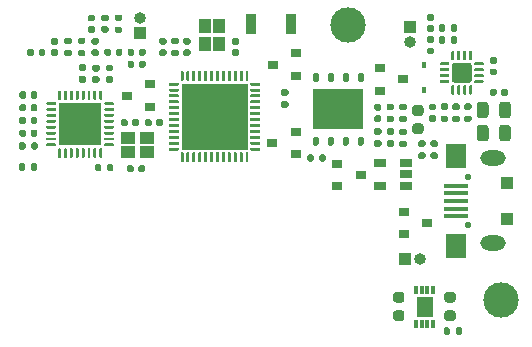
<source format=gbr>
%TF.GenerationSoftware,KiCad,Pcbnew,(5.1.9-0-10_14)*%
%TF.CreationDate,2021-08-08T20:33:52+02:00*%
%TF.ProjectId,Leo_muziekdoos,4c656f5f-6d75-47a6-9965-6b646f6f732e,rev?*%
%TF.SameCoordinates,Original*%
%TF.FileFunction,Soldermask,Top*%
%TF.FilePolarity,Negative*%
%FSLAX46Y46*%
G04 Gerber Fmt 4.6, Leading zero omitted, Abs format (unit mm)*
G04 Created by KiCad (PCBNEW (5.1.9-0-10_14)) date 2021-08-08 20:33:52*
%MOMM*%
%LPD*%
G01*
G04 APERTURE LIST*
%ADD10O,1.000000X1.000000*%
%ADD11R,1.000000X1.000000*%
%ADD12R,0.900000X0.800000*%
%ADD13C,3.000000*%
%ADD14R,0.900000X1.700000*%
%ADD15R,1.450000X1.750000*%
%ADD16R,0.300000X0.750000*%
%ADD17R,2.150000X0.400000*%
%ADD18R,1.800000X2.000000*%
%ADD19O,2.150000X1.300000*%
%ADD20C,0.550000*%
%ADD21R,1.000000X1.200000*%
%ADD22R,1.200000X1.000000*%
%ADD23R,4.300000X3.400000*%
%ADD24R,3.600000X3.600000*%
%ADD25R,5.600000X5.600000*%
%ADD26R,1.060000X0.650000*%
%ADD27R,0.450000X0.600000*%
G04 APERTURE END LIST*
%TO.C,U5*%
G36*
G01*
X77932300Y-70369400D02*
X77257300Y-70369400D01*
G75*
G02*
X77194800Y-70306900I0J62500D01*
G01*
X77194800Y-70181900D01*
G75*
G02*
X77257300Y-70119400I62500J0D01*
G01*
X77932300Y-70119400D01*
G75*
G02*
X77994800Y-70181900I0J-62500D01*
G01*
X77994800Y-70306900D01*
G75*
G02*
X77932300Y-70369400I-62500J0D01*
G01*
G37*
G36*
G01*
X77932300Y-69869400D02*
X77257300Y-69869400D01*
G75*
G02*
X77194800Y-69806900I0J62500D01*
G01*
X77194800Y-69681900D01*
G75*
G02*
X77257300Y-69619400I62500J0D01*
G01*
X77932300Y-69619400D01*
G75*
G02*
X77994800Y-69681900I0J-62500D01*
G01*
X77994800Y-69806900D01*
G75*
G02*
X77932300Y-69869400I-62500J0D01*
G01*
G37*
G36*
G01*
X77932300Y-69369400D02*
X77257300Y-69369400D01*
G75*
G02*
X77194800Y-69306900I0J62500D01*
G01*
X77194800Y-69181900D01*
G75*
G02*
X77257300Y-69119400I62500J0D01*
G01*
X77932300Y-69119400D01*
G75*
G02*
X77994800Y-69181900I0J-62500D01*
G01*
X77994800Y-69306900D01*
G75*
G02*
X77932300Y-69369400I-62500J0D01*
G01*
G37*
G36*
G01*
X77932300Y-68869400D02*
X77257300Y-68869400D01*
G75*
G02*
X77194800Y-68806900I0J62500D01*
G01*
X77194800Y-68681900D01*
G75*
G02*
X77257300Y-68619400I62500J0D01*
G01*
X77932300Y-68619400D01*
G75*
G02*
X77994800Y-68681900I0J-62500D01*
G01*
X77994800Y-68806900D01*
G75*
G02*
X77932300Y-68869400I-62500J0D01*
G01*
G37*
G36*
G01*
X78357300Y-68444400D02*
X78232300Y-68444400D01*
G75*
G02*
X78169800Y-68381900I0J62500D01*
G01*
X78169800Y-67706900D01*
G75*
G02*
X78232300Y-67644400I62500J0D01*
G01*
X78357300Y-67644400D01*
G75*
G02*
X78419800Y-67706900I0J-62500D01*
G01*
X78419800Y-68381900D01*
G75*
G02*
X78357300Y-68444400I-62500J0D01*
G01*
G37*
G36*
G01*
X78857300Y-68444400D02*
X78732300Y-68444400D01*
G75*
G02*
X78669800Y-68381900I0J62500D01*
G01*
X78669800Y-67706900D01*
G75*
G02*
X78732300Y-67644400I62500J0D01*
G01*
X78857300Y-67644400D01*
G75*
G02*
X78919800Y-67706900I0J-62500D01*
G01*
X78919800Y-68381900D01*
G75*
G02*
X78857300Y-68444400I-62500J0D01*
G01*
G37*
G36*
G01*
X79357300Y-68444400D02*
X79232300Y-68444400D01*
G75*
G02*
X79169800Y-68381900I0J62500D01*
G01*
X79169800Y-67706900D01*
G75*
G02*
X79232300Y-67644400I62500J0D01*
G01*
X79357300Y-67644400D01*
G75*
G02*
X79419800Y-67706900I0J-62500D01*
G01*
X79419800Y-68381900D01*
G75*
G02*
X79357300Y-68444400I-62500J0D01*
G01*
G37*
G36*
G01*
X79857300Y-68444400D02*
X79732300Y-68444400D01*
G75*
G02*
X79669800Y-68381900I0J62500D01*
G01*
X79669800Y-67706900D01*
G75*
G02*
X79732300Y-67644400I62500J0D01*
G01*
X79857300Y-67644400D01*
G75*
G02*
X79919800Y-67706900I0J-62500D01*
G01*
X79919800Y-68381900D01*
G75*
G02*
X79857300Y-68444400I-62500J0D01*
G01*
G37*
G36*
G01*
X80832300Y-68869400D02*
X80157300Y-68869400D01*
G75*
G02*
X80094800Y-68806900I0J62500D01*
G01*
X80094800Y-68681900D01*
G75*
G02*
X80157300Y-68619400I62500J0D01*
G01*
X80832300Y-68619400D01*
G75*
G02*
X80894800Y-68681900I0J-62500D01*
G01*
X80894800Y-68806900D01*
G75*
G02*
X80832300Y-68869400I-62500J0D01*
G01*
G37*
G36*
G01*
X80832300Y-69369400D02*
X80157300Y-69369400D01*
G75*
G02*
X80094800Y-69306900I0J62500D01*
G01*
X80094800Y-69181900D01*
G75*
G02*
X80157300Y-69119400I62500J0D01*
G01*
X80832300Y-69119400D01*
G75*
G02*
X80894800Y-69181900I0J-62500D01*
G01*
X80894800Y-69306900D01*
G75*
G02*
X80832300Y-69369400I-62500J0D01*
G01*
G37*
G36*
G01*
X80832300Y-69869400D02*
X80157300Y-69869400D01*
G75*
G02*
X80094800Y-69806900I0J62500D01*
G01*
X80094800Y-69681900D01*
G75*
G02*
X80157300Y-69619400I62500J0D01*
G01*
X80832300Y-69619400D01*
G75*
G02*
X80894800Y-69681900I0J-62500D01*
G01*
X80894800Y-69806900D01*
G75*
G02*
X80832300Y-69869400I-62500J0D01*
G01*
G37*
G36*
G01*
X80832300Y-70369400D02*
X80157300Y-70369400D01*
G75*
G02*
X80094800Y-70306900I0J62500D01*
G01*
X80094800Y-70181900D01*
G75*
G02*
X80157300Y-70119400I62500J0D01*
G01*
X80832300Y-70119400D01*
G75*
G02*
X80894800Y-70181900I0J-62500D01*
G01*
X80894800Y-70306900D01*
G75*
G02*
X80832300Y-70369400I-62500J0D01*
G01*
G37*
G36*
G01*
X79857300Y-71344400D02*
X79732300Y-71344400D01*
G75*
G02*
X79669800Y-71281900I0J62500D01*
G01*
X79669800Y-70606900D01*
G75*
G02*
X79732300Y-70544400I62500J0D01*
G01*
X79857300Y-70544400D01*
G75*
G02*
X79919800Y-70606900I0J-62500D01*
G01*
X79919800Y-71281900D01*
G75*
G02*
X79857300Y-71344400I-62500J0D01*
G01*
G37*
G36*
G01*
X79357300Y-71344400D02*
X79232300Y-71344400D01*
G75*
G02*
X79169800Y-71281900I0J62500D01*
G01*
X79169800Y-70606900D01*
G75*
G02*
X79232300Y-70544400I62500J0D01*
G01*
X79357300Y-70544400D01*
G75*
G02*
X79419800Y-70606900I0J-62500D01*
G01*
X79419800Y-71281900D01*
G75*
G02*
X79357300Y-71344400I-62500J0D01*
G01*
G37*
G36*
G01*
X78857300Y-71344400D02*
X78732300Y-71344400D01*
G75*
G02*
X78669800Y-71281900I0J62500D01*
G01*
X78669800Y-70606900D01*
G75*
G02*
X78732300Y-70544400I62500J0D01*
G01*
X78857300Y-70544400D01*
G75*
G02*
X78919800Y-70606900I0J-62500D01*
G01*
X78919800Y-71281900D01*
G75*
G02*
X78857300Y-71344400I-62500J0D01*
G01*
G37*
G36*
G01*
X78357300Y-71344400D02*
X78232300Y-71344400D01*
G75*
G02*
X78169800Y-71281900I0J62500D01*
G01*
X78169800Y-70606900D01*
G75*
G02*
X78232300Y-70544400I62500J0D01*
G01*
X78357300Y-70544400D01*
G75*
G02*
X78419800Y-70606900I0J-62500D01*
G01*
X78419800Y-71281900D01*
G75*
G02*
X78357300Y-71344400I-62500J0D01*
G01*
G37*
G36*
G01*
X79644800Y-70344400D02*
X78444800Y-70344400D01*
G75*
G02*
X78194800Y-70094400I0J250000D01*
G01*
X78194800Y-68894400D01*
G75*
G02*
X78444800Y-68644400I250000J0D01*
G01*
X79644800Y-68644400D01*
G75*
G02*
X79894800Y-68894400I0J-250000D01*
G01*
X79894800Y-70094400D01*
G75*
G02*
X79644800Y-70344400I-250000J0D01*
G01*
G37*
%TD*%
%TO.C,C5*%
G36*
G01*
X75586400Y-73131800D02*
X75086400Y-73131800D01*
G75*
G02*
X74861400Y-72906800I0J225000D01*
G01*
X74861400Y-72456800D01*
G75*
G02*
X75086400Y-72231800I225000J0D01*
G01*
X75586400Y-72231800D01*
G75*
G02*
X75811400Y-72456800I0J-225000D01*
G01*
X75811400Y-72906800D01*
G75*
G02*
X75586400Y-73131800I-225000J0D01*
G01*
G37*
G36*
G01*
X75586400Y-74681800D02*
X75086400Y-74681800D01*
G75*
G02*
X74861400Y-74456800I0J225000D01*
G01*
X74861400Y-74006800D01*
G75*
G02*
X75086400Y-73781800I225000J0D01*
G01*
X75586400Y-73781800D01*
G75*
G02*
X75811400Y-74006800I0J-225000D01*
G01*
X75811400Y-74456800D01*
G75*
G02*
X75586400Y-74681800I-225000J0D01*
G01*
G37*
%TD*%
%TO.C,C3*%
G36*
G01*
X73473500Y-89606000D02*
X73973500Y-89606000D01*
G75*
G02*
X74198500Y-89831000I0J-225000D01*
G01*
X74198500Y-90281000D01*
G75*
G02*
X73973500Y-90506000I-225000J0D01*
G01*
X73473500Y-90506000D01*
G75*
G02*
X73248500Y-90281000I0J225000D01*
G01*
X73248500Y-89831000D01*
G75*
G02*
X73473500Y-89606000I225000J0D01*
G01*
G37*
G36*
G01*
X73473500Y-88056000D02*
X73973500Y-88056000D01*
G75*
G02*
X74198500Y-88281000I0J-225000D01*
G01*
X74198500Y-88731000D01*
G75*
G02*
X73973500Y-88956000I-225000J0D01*
G01*
X73473500Y-88956000D01*
G75*
G02*
X73248500Y-88731000I0J225000D01*
G01*
X73248500Y-88281000D01*
G75*
G02*
X73473500Y-88056000I225000J0D01*
G01*
G37*
%TD*%
%TO.C,C1*%
G36*
G01*
X77804200Y-89606000D02*
X78304200Y-89606000D01*
G75*
G02*
X78529200Y-89831000I0J-225000D01*
G01*
X78529200Y-90281000D01*
G75*
G02*
X78304200Y-90506000I-225000J0D01*
G01*
X77804200Y-90506000D01*
G75*
G02*
X77579200Y-90281000I0J225000D01*
G01*
X77579200Y-89831000D01*
G75*
G02*
X77804200Y-89606000I225000J0D01*
G01*
G37*
G36*
G01*
X77804200Y-88056000D02*
X78304200Y-88056000D01*
G75*
G02*
X78529200Y-88281000I0J-225000D01*
G01*
X78529200Y-88731000D01*
G75*
G02*
X78304200Y-88956000I-225000J0D01*
G01*
X77804200Y-88956000D01*
G75*
G02*
X77579200Y-88731000I0J225000D01*
G01*
X77579200Y-88281000D01*
G75*
G02*
X77804200Y-88056000I225000J0D01*
G01*
G37*
%TD*%
%TO.C,C4*%
G36*
G01*
X76751000Y-72672600D02*
X76411000Y-72672600D01*
G75*
G02*
X76271000Y-72532600I0J140000D01*
G01*
X76271000Y-72252600D01*
G75*
G02*
X76411000Y-72112600I140000J0D01*
G01*
X76751000Y-72112600D01*
G75*
G02*
X76891000Y-72252600I0J-140000D01*
G01*
X76891000Y-72532600D01*
G75*
G02*
X76751000Y-72672600I-140000J0D01*
G01*
G37*
G36*
G01*
X76751000Y-73632600D02*
X76411000Y-73632600D01*
G75*
G02*
X76271000Y-73492600I0J140000D01*
G01*
X76271000Y-73212600D01*
G75*
G02*
X76411000Y-73072600I140000J0D01*
G01*
X76751000Y-73072600D01*
G75*
G02*
X76891000Y-73212600I0J-140000D01*
G01*
X76891000Y-73492600D01*
G75*
G02*
X76751000Y-73632600I-140000J0D01*
G01*
G37*
%TD*%
D10*
%TO.C,J4*%
X51816000Y-64820800D03*
D11*
X51816000Y-66090800D03*
%TD*%
D10*
%TO.C,J3*%
X74625200Y-66903600D03*
D11*
X74625200Y-65633600D03*
%TD*%
D10*
%TO.C,J1*%
X75501500Y-85280500D03*
D11*
X74231500Y-85280500D03*
%TD*%
D12*
%TO.C,U8*%
X50663600Y-71424800D03*
X52663600Y-70474800D03*
X52663600Y-72374800D03*
%TD*%
%TO.C,C2*%
G36*
G01*
X72102800Y-72698000D02*
X71762800Y-72698000D01*
G75*
G02*
X71622800Y-72558000I0J140000D01*
G01*
X71622800Y-72278000D01*
G75*
G02*
X71762800Y-72138000I140000J0D01*
G01*
X72102800Y-72138000D01*
G75*
G02*
X72242800Y-72278000I0J-140000D01*
G01*
X72242800Y-72558000D01*
G75*
G02*
X72102800Y-72698000I-140000J0D01*
G01*
G37*
G36*
G01*
X72102800Y-73658000D02*
X71762800Y-73658000D01*
G75*
G02*
X71622800Y-73518000I0J140000D01*
G01*
X71622800Y-73238000D01*
G75*
G02*
X71762800Y-73098000I140000J0D01*
G01*
X72102800Y-73098000D01*
G75*
G02*
X72242800Y-73238000I0J-140000D01*
G01*
X72242800Y-73518000D01*
G75*
G02*
X72102800Y-73658000I-140000J0D01*
G01*
G37*
%TD*%
D13*
%TO.C,M2*%
X82397600Y-88696800D03*
%TD*%
%TO.C,M1*%
X69443600Y-65481200D03*
%TD*%
D14*
%TO.C,SW1*%
X64590400Y-65405000D03*
X61190400Y-65405000D03*
%TD*%
D15*
%TO.C,U1*%
X75895200Y-89331800D03*
D16*
X76645200Y-90781800D03*
X76145200Y-90781800D03*
X75645200Y-90781800D03*
X75145200Y-90781800D03*
X75145200Y-87881800D03*
X75645200Y-87881800D03*
X76145200Y-87881800D03*
X76645200Y-87881800D03*
%TD*%
%TO.C,C15*%
G36*
G01*
X42154500Y-71204000D02*
X42154500Y-71544000D01*
G75*
G02*
X42014500Y-71684000I-140000J0D01*
G01*
X41734500Y-71684000D01*
G75*
G02*
X41594500Y-71544000I0J140000D01*
G01*
X41594500Y-71204000D01*
G75*
G02*
X41734500Y-71064000I140000J0D01*
G01*
X42014500Y-71064000D01*
G75*
G02*
X42154500Y-71204000I0J-140000D01*
G01*
G37*
G36*
G01*
X43114500Y-71204000D02*
X43114500Y-71544000D01*
G75*
G02*
X42974500Y-71684000I-140000J0D01*
G01*
X42694500Y-71684000D01*
G75*
G02*
X42554500Y-71544000I0J140000D01*
G01*
X42554500Y-71204000D01*
G75*
G02*
X42694500Y-71064000I140000J0D01*
G01*
X42974500Y-71064000D01*
G75*
G02*
X43114500Y-71204000I0J-140000D01*
G01*
G37*
%TD*%
%TO.C,C14*%
G36*
G01*
X42154500Y-74442500D02*
X42154500Y-74782500D01*
G75*
G02*
X42014500Y-74922500I-140000J0D01*
G01*
X41734500Y-74922500D01*
G75*
G02*
X41594500Y-74782500I0J140000D01*
G01*
X41594500Y-74442500D01*
G75*
G02*
X41734500Y-74302500I140000J0D01*
G01*
X42014500Y-74302500D01*
G75*
G02*
X42154500Y-74442500I0J-140000D01*
G01*
G37*
G36*
G01*
X43114500Y-74442500D02*
X43114500Y-74782500D01*
G75*
G02*
X42974500Y-74922500I-140000J0D01*
G01*
X42694500Y-74922500D01*
G75*
G02*
X42554500Y-74782500I0J140000D01*
G01*
X42554500Y-74442500D01*
G75*
G02*
X42694500Y-74302500I140000J0D01*
G01*
X42974500Y-74302500D01*
G75*
G02*
X43114500Y-74442500I0J-140000D01*
G01*
G37*
%TD*%
%TO.C,C13*%
G36*
G01*
X42154500Y-73363000D02*
X42154500Y-73703000D01*
G75*
G02*
X42014500Y-73843000I-140000J0D01*
G01*
X41734500Y-73843000D01*
G75*
G02*
X41594500Y-73703000I0J140000D01*
G01*
X41594500Y-73363000D01*
G75*
G02*
X41734500Y-73223000I140000J0D01*
G01*
X42014500Y-73223000D01*
G75*
G02*
X42154500Y-73363000I0J-140000D01*
G01*
G37*
G36*
G01*
X43114500Y-73363000D02*
X43114500Y-73703000D01*
G75*
G02*
X42974500Y-73843000I-140000J0D01*
G01*
X42694500Y-73843000D01*
G75*
G02*
X42554500Y-73703000I0J140000D01*
G01*
X42554500Y-73363000D01*
G75*
G02*
X42694500Y-73223000I140000J0D01*
G01*
X42974500Y-73223000D01*
G75*
G02*
X43114500Y-73363000I0J-140000D01*
G01*
G37*
%TD*%
%TO.C,C12*%
G36*
G01*
X42154500Y-72283500D02*
X42154500Y-72623500D01*
G75*
G02*
X42014500Y-72763500I-140000J0D01*
G01*
X41734500Y-72763500D01*
G75*
G02*
X41594500Y-72623500I0J140000D01*
G01*
X41594500Y-72283500D01*
G75*
G02*
X41734500Y-72143500I140000J0D01*
G01*
X42014500Y-72143500D01*
G75*
G02*
X42154500Y-72283500I0J-140000D01*
G01*
G37*
G36*
G01*
X43114500Y-72283500D02*
X43114500Y-72623500D01*
G75*
G02*
X42974500Y-72763500I-140000J0D01*
G01*
X42694500Y-72763500D01*
G75*
G02*
X42554500Y-72623500I0J140000D01*
G01*
X42554500Y-72283500D01*
G75*
G02*
X42694500Y-72143500I140000J0D01*
G01*
X42974500Y-72143500D01*
G75*
G02*
X43114500Y-72283500I0J-140000D01*
G01*
G37*
%TD*%
%TO.C,R11*%
G36*
G01*
X78116400Y-65894800D02*
X78116400Y-65524800D01*
G75*
G02*
X78251400Y-65389800I135000J0D01*
G01*
X78521400Y-65389800D01*
G75*
G02*
X78656400Y-65524800I0J-135000D01*
G01*
X78656400Y-65894800D01*
G75*
G02*
X78521400Y-66029800I-135000J0D01*
G01*
X78251400Y-66029800D01*
G75*
G02*
X78116400Y-65894800I0J135000D01*
G01*
G37*
G36*
G01*
X77096400Y-65894800D02*
X77096400Y-65524800D01*
G75*
G02*
X77231400Y-65389800I135000J0D01*
G01*
X77501400Y-65389800D01*
G75*
G02*
X77636400Y-65524800I0J-135000D01*
G01*
X77636400Y-65894800D01*
G75*
G02*
X77501400Y-66029800I-135000J0D01*
G01*
X77231400Y-66029800D01*
G75*
G02*
X77096400Y-65894800I0J135000D01*
G01*
G37*
%TD*%
D11*
%TO.C,J2*%
X82861800Y-81840200D03*
D17*
X78551800Y-81640200D03*
D18*
X78551800Y-84140200D03*
D19*
X81711800Y-83940200D03*
D18*
X78551800Y-76540200D03*
D19*
X81711800Y-76740200D03*
D20*
X79561800Y-82340200D03*
X79561800Y-78340200D03*
D11*
X82861800Y-78840200D03*
D17*
X78551800Y-80990200D03*
X78551800Y-80340200D03*
X78551800Y-79690200D03*
X78551800Y-79040200D03*
%TD*%
%TO.C,R20*%
G36*
G01*
X50159500Y-65101500D02*
X49789500Y-65101500D01*
G75*
G02*
X49654500Y-64966500I0J135000D01*
G01*
X49654500Y-64696500D01*
G75*
G02*
X49789500Y-64561500I135000J0D01*
G01*
X50159500Y-64561500D01*
G75*
G02*
X50294500Y-64696500I0J-135000D01*
G01*
X50294500Y-64966500D01*
G75*
G02*
X50159500Y-65101500I-135000J0D01*
G01*
G37*
G36*
G01*
X50159500Y-66121500D02*
X49789500Y-66121500D01*
G75*
G02*
X49654500Y-65986500I0J135000D01*
G01*
X49654500Y-65716500D01*
G75*
G02*
X49789500Y-65581500I135000J0D01*
G01*
X50159500Y-65581500D01*
G75*
G02*
X50294500Y-65716500I0J-135000D01*
G01*
X50294500Y-65986500D01*
G75*
G02*
X50159500Y-66121500I-135000J0D01*
G01*
G37*
%TD*%
%TO.C,R19*%
G36*
G01*
X45535000Y-67550000D02*
X45905000Y-67550000D01*
G75*
G02*
X46040000Y-67685000I0J-135000D01*
G01*
X46040000Y-67955000D01*
G75*
G02*
X45905000Y-68090000I-135000J0D01*
G01*
X45535000Y-68090000D01*
G75*
G02*
X45400000Y-67955000I0J135000D01*
G01*
X45400000Y-67685000D01*
G75*
G02*
X45535000Y-67550000I135000J0D01*
G01*
G37*
G36*
G01*
X45535000Y-66530000D02*
X45905000Y-66530000D01*
G75*
G02*
X46040000Y-66665000I0J-135000D01*
G01*
X46040000Y-66935000D01*
G75*
G02*
X45905000Y-67070000I-135000J0D01*
G01*
X45535000Y-67070000D01*
G75*
G02*
X45400000Y-66935000I0J135000D01*
G01*
X45400000Y-66665000D01*
G75*
G02*
X45535000Y-66530000I135000J0D01*
G01*
G37*
%TD*%
%TO.C,R18*%
G36*
G01*
X46678000Y-67550000D02*
X47048000Y-67550000D01*
G75*
G02*
X47183000Y-67685000I0J-135000D01*
G01*
X47183000Y-67955000D01*
G75*
G02*
X47048000Y-68090000I-135000J0D01*
G01*
X46678000Y-68090000D01*
G75*
G02*
X46543000Y-67955000I0J135000D01*
G01*
X46543000Y-67685000D01*
G75*
G02*
X46678000Y-67550000I135000J0D01*
G01*
G37*
G36*
G01*
X46678000Y-66530000D02*
X47048000Y-66530000D01*
G75*
G02*
X47183000Y-66665000I0J-135000D01*
G01*
X47183000Y-66935000D01*
G75*
G02*
X47048000Y-67070000I-135000J0D01*
G01*
X46678000Y-67070000D01*
G75*
G02*
X46543000Y-66935000I0J135000D01*
G01*
X46543000Y-66665000D01*
G75*
G02*
X46678000Y-66530000I135000J0D01*
G01*
G37*
%TD*%
%TO.C,L2*%
G36*
G01*
X46754000Y-69735200D02*
X47099000Y-69735200D01*
G75*
G02*
X47246500Y-69882700I0J-147500D01*
G01*
X47246500Y-70177700D01*
G75*
G02*
X47099000Y-70325200I-147500J0D01*
G01*
X46754000Y-70325200D01*
G75*
G02*
X46606500Y-70177700I0J147500D01*
G01*
X46606500Y-69882700D01*
G75*
G02*
X46754000Y-69735200I147500J0D01*
G01*
G37*
G36*
G01*
X46754000Y-68765200D02*
X47099000Y-68765200D01*
G75*
G02*
X47246500Y-68912700I0J-147500D01*
G01*
X47246500Y-69207700D01*
G75*
G02*
X47099000Y-69355200I-147500J0D01*
G01*
X46754000Y-69355200D01*
G75*
G02*
X46606500Y-69207700I0J147500D01*
G01*
X46606500Y-68912700D01*
G75*
G02*
X46754000Y-68765200I147500J0D01*
G01*
G37*
%TD*%
%TO.C,L1*%
G36*
G01*
X47897000Y-69773300D02*
X48242000Y-69773300D01*
G75*
G02*
X48389500Y-69920800I0J-147500D01*
G01*
X48389500Y-70215800D01*
G75*
G02*
X48242000Y-70363300I-147500J0D01*
G01*
X47897000Y-70363300D01*
G75*
G02*
X47749500Y-70215800I0J147500D01*
G01*
X47749500Y-69920800D01*
G75*
G02*
X47897000Y-69773300I147500J0D01*
G01*
G37*
G36*
G01*
X47897000Y-68803300D02*
X48242000Y-68803300D01*
G75*
G02*
X48389500Y-68950800I0J-147500D01*
G01*
X48389500Y-69245800D01*
G75*
G02*
X48242000Y-69393300I-147500J0D01*
G01*
X47897000Y-69393300D01*
G75*
G02*
X47749500Y-69245800I0J147500D01*
G01*
X47749500Y-68950800D01*
G75*
G02*
X47897000Y-68803300I147500J0D01*
G01*
G37*
%TD*%
%TO.C,C25*%
G36*
G01*
X49001500Y-65141500D02*
X48661500Y-65141500D01*
G75*
G02*
X48521500Y-65001500I0J140000D01*
G01*
X48521500Y-64721500D01*
G75*
G02*
X48661500Y-64581500I140000J0D01*
G01*
X49001500Y-64581500D01*
G75*
G02*
X49141500Y-64721500I0J-140000D01*
G01*
X49141500Y-65001500D01*
G75*
G02*
X49001500Y-65141500I-140000J0D01*
G01*
G37*
G36*
G01*
X49001500Y-66101500D02*
X48661500Y-66101500D01*
G75*
G02*
X48521500Y-65961500I0J140000D01*
G01*
X48521500Y-65681500D01*
G75*
G02*
X48661500Y-65541500I140000J0D01*
G01*
X49001500Y-65541500D01*
G75*
G02*
X49141500Y-65681500I0J-140000D01*
G01*
X49141500Y-65961500D01*
G75*
G02*
X49001500Y-66101500I-140000J0D01*
G01*
G37*
%TD*%
%TO.C,C24*%
G36*
G01*
X47858500Y-65141500D02*
X47518500Y-65141500D01*
G75*
G02*
X47378500Y-65001500I0J140000D01*
G01*
X47378500Y-64721500D01*
G75*
G02*
X47518500Y-64581500I140000J0D01*
G01*
X47858500Y-64581500D01*
G75*
G02*
X47998500Y-64721500I0J-140000D01*
G01*
X47998500Y-65001500D01*
G75*
G02*
X47858500Y-65141500I-140000J0D01*
G01*
G37*
G36*
G01*
X47858500Y-66101500D02*
X47518500Y-66101500D01*
G75*
G02*
X47378500Y-65961500I0J140000D01*
G01*
X47378500Y-65681500D01*
G75*
G02*
X47518500Y-65541500I140000J0D01*
G01*
X47858500Y-65541500D01*
G75*
G02*
X47998500Y-65681500I0J-140000D01*
G01*
X47998500Y-65961500D01*
G75*
G02*
X47858500Y-66101500I-140000J0D01*
G01*
G37*
%TD*%
%TO.C,C23*%
G36*
G01*
X44747000Y-67110000D02*
X44407000Y-67110000D01*
G75*
G02*
X44267000Y-66970000I0J140000D01*
G01*
X44267000Y-66690000D01*
G75*
G02*
X44407000Y-66550000I140000J0D01*
G01*
X44747000Y-66550000D01*
G75*
G02*
X44887000Y-66690000I0J-140000D01*
G01*
X44887000Y-66970000D01*
G75*
G02*
X44747000Y-67110000I-140000J0D01*
G01*
G37*
G36*
G01*
X44747000Y-68070000D02*
X44407000Y-68070000D01*
G75*
G02*
X44267000Y-67930000I0J140000D01*
G01*
X44267000Y-67650000D01*
G75*
G02*
X44407000Y-67510000I140000J0D01*
G01*
X44747000Y-67510000D01*
G75*
G02*
X44887000Y-67650000I0J-140000D01*
G01*
X44887000Y-67930000D01*
G75*
G02*
X44747000Y-68070000I-140000J0D01*
G01*
G37*
%TD*%
%TO.C,C20*%
G36*
G01*
X48176000Y-67110000D02*
X47836000Y-67110000D01*
G75*
G02*
X47696000Y-66970000I0J140000D01*
G01*
X47696000Y-66690000D01*
G75*
G02*
X47836000Y-66550000I140000J0D01*
G01*
X48176000Y-66550000D01*
G75*
G02*
X48316000Y-66690000I0J-140000D01*
G01*
X48316000Y-66970000D01*
G75*
G02*
X48176000Y-67110000I-140000J0D01*
G01*
G37*
G36*
G01*
X48176000Y-68070000D02*
X47836000Y-68070000D01*
G75*
G02*
X47696000Y-67930000I0J140000D01*
G01*
X47696000Y-67650000D01*
G75*
G02*
X47836000Y-67510000I140000J0D01*
G01*
X48176000Y-67510000D01*
G75*
G02*
X48316000Y-67650000I0J-140000D01*
G01*
X48316000Y-67930000D01*
G75*
G02*
X48176000Y-68070000I-140000J0D01*
G01*
G37*
%TD*%
%TO.C,C17*%
G36*
G01*
X43227600Y-67937200D02*
X43227600Y-67597200D01*
G75*
G02*
X43367600Y-67457200I140000J0D01*
G01*
X43647600Y-67457200D01*
G75*
G02*
X43787600Y-67597200I0J-140000D01*
G01*
X43787600Y-67937200D01*
G75*
G02*
X43647600Y-68077200I-140000J0D01*
G01*
X43367600Y-68077200D01*
G75*
G02*
X43227600Y-67937200I0J140000D01*
G01*
G37*
G36*
G01*
X42267600Y-67937200D02*
X42267600Y-67597200D01*
G75*
G02*
X42407600Y-67457200I140000J0D01*
G01*
X42687600Y-67457200D01*
G75*
G02*
X42827600Y-67597200I0J-140000D01*
G01*
X42827600Y-67937200D01*
G75*
G02*
X42687600Y-68077200I-140000J0D01*
G01*
X42407600Y-68077200D01*
G75*
G02*
X42267600Y-67937200I0J140000D01*
G01*
G37*
%TD*%
%TO.C,C16*%
G36*
G01*
X49755400Y-67937200D02*
X49755400Y-67597200D01*
G75*
G02*
X49895400Y-67457200I140000J0D01*
G01*
X50175400Y-67457200D01*
G75*
G02*
X50315400Y-67597200I0J-140000D01*
G01*
X50315400Y-67937200D01*
G75*
G02*
X50175400Y-68077200I-140000J0D01*
G01*
X49895400Y-68077200D01*
G75*
G02*
X49755400Y-67937200I0J140000D01*
G01*
G37*
G36*
G01*
X48795400Y-67937200D02*
X48795400Y-67597200D01*
G75*
G02*
X48935400Y-67457200I140000J0D01*
G01*
X49215400Y-67457200D01*
G75*
G02*
X49355400Y-67597200I0J-140000D01*
G01*
X49355400Y-67937200D01*
G75*
G02*
X49215400Y-68077200I-140000J0D01*
G01*
X48935400Y-68077200D01*
G75*
G02*
X48795400Y-67937200I0J140000D01*
G01*
G37*
%TD*%
%TO.C,R13*%
G36*
G01*
X78116400Y-66910800D02*
X78116400Y-66540800D01*
G75*
G02*
X78251400Y-66405800I135000J0D01*
G01*
X78521400Y-66405800D01*
G75*
G02*
X78656400Y-66540800I0J-135000D01*
G01*
X78656400Y-66910800D01*
G75*
G02*
X78521400Y-67045800I-135000J0D01*
G01*
X78251400Y-67045800D01*
G75*
G02*
X78116400Y-66910800I0J135000D01*
G01*
G37*
G36*
G01*
X77096400Y-66910800D02*
X77096400Y-66540800D01*
G75*
G02*
X77231400Y-66405800I135000J0D01*
G01*
X77501400Y-66405800D01*
G75*
G02*
X77636400Y-66540800I0J-135000D01*
G01*
X77636400Y-66910800D01*
G75*
G02*
X77501400Y-67045800I-135000J0D01*
G01*
X77231400Y-67045800D01*
G75*
G02*
X77096400Y-66910800I0J135000D01*
G01*
G37*
%TD*%
D21*
%TO.C,Y2*%
X58502400Y-65494000D03*
X58502400Y-67094000D03*
X57302400Y-67094000D03*
X57302400Y-65494000D03*
%TD*%
D22*
%TO.C,Y1*%
X50812800Y-75041200D03*
X52412800Y-75041200D03*
X52412800Y-76241200D03*
X50812800Y-76241200D03*
%TD*%
D23*
%TO.C,U6*%
X68580000Y-72593200D03*
G36*
G01*
X66800000Y-70268200D02*
X66550000Y-70268200D01*
G75*
G02*
X66425000Y-70143200I0J125000D01*
G01*
X66425000Y-69643200D01*
G75*
G02*
X66550000Y-69518200I125000J0D01*
G01*
X66800000Y-69518200D01*
G75*
G02*
X66925000Y-69643200I0J-125000D01*
G01*
X66925000Y-70143200D01*
G75*
G02*
X66800000Y-70268200I-125000J0D01*
G01*
G37*
G36*
G01*
X68070000Y-70268200D02*
X67820000Y-70268200D01*
G75*
G02*
X67695000Y-70143200I0J125000D01*
G01*
X67695000Y-69643200D01*
G75*
G02*
X67820000Y-69518200I125000J0D01*
G01*
X68070000Y-69518200D01*
G75*
G02*
X68195000Y-69643200I0J-125000D01*
G01*
X68195000Y-70143200D01*
G75*
G02*
X68070000Y-70268200I-125000J0D01*
G01*
G37*
G36*
G01*
X69340000Y-70268200D02*
X69090000Y-70268200D01*
G75*
G02*
X68965000Y-70143200I0J125000D01*
G01*
X68965000Y-69643200D01*
G75*
G02*
X69090000Y-69518200I125000J0D01*
G01*
X69340000Y-69518200D01*
G75*
G02*
X69465000Y-69643200I0J-125000D01*
G01*
X69465000Y-70143200D01*
G75*
G02*
X69340000Y-70268200I-125000J0D01*
G01*
G37*
G36*
G01*
X70610000Y-70268200D02*
X70360000Y-70268200D01*
G75*
G02*
X70235000Y-70143200I0J125000D01*
G01*
X70235000Y-69643200D01*
G75*
G02*
X70360000Y-69518200I125000J0D01*
G01*
X70610000Y-69518200D01*
G75*
G02*
X70735000Y-69643200I0J-125000D01*
G01*
X70735000Y-70143200D01*
G75*
G02*
X70610000Y-70268200I-125000J0D01*
G01*
G37*
G36*
G01*
X70610000Y-75668200D02*
X70360000Y-75668200D01*
G75*
G02*
X70235000Y-75543200I0J125000D01*
G01*
X70235000Y-75043200D01*
G75*
G02*
X70360000Y-74918200I125000J0D01*
G01*
X70610000Y-74918200D01*
G75*
G02*
X70735000Y-75043200I0J-125000D01*
G01*
X70735000Y-75543200D01*
G75*
G02*
X70610000Y-75668200I-125000J0D01*
G01*
G37*
G36*
G01*
X69340000Y-75668200D02*
X69090000Y-75668200D01*
G75*
G02*
X68965000Y-75543200I0J125000D01*
G01*
X68965000Y-75043200D01*
G75*
G02*
X69090000Y-74918200I125000J0D01*
G01*
X69340000Y-74918200D01*
G75*
G02*
X69465000Y-75043200I0J-125000D01*
G01*
X69465000Y-75543200D01*
G75*
G02*
X69340000Y-75668200I-125000J0D01*
G01*
G37*
G36*
G01*
X68070000Y-75668200D02*
X67820000Y-75668200D01*
G75*
G02*
X67695000Y-75543200I0J125000D01*
G01*
X67695000Y-75043200D01*
G75*
G02*
X67820000Y-74918200I125000J0D01*
G01*
X68070000Y-74918200D01*
G75*
G02*
X68195000Y-75043200I0J-125000D01*
G01*
X68195000Y-75543200D01*
G75*
G02*
X68070000Y-75668200I-125000J0D01*
G01*
G37*
G36*
G01*
X66800000Y-75668200D02*
X66550000Y-75668200D01*
G75*
G02*
X66425000Y-75543200I0J125000D01*
G01*
X66425000Y-75043200D01*
G75*
G02*
X66550000Y-74918200I125000J0D01*
G01*
X66800000Y-74918200D01*
G75*
G02*
X66925000Y-75043200I0J-125000D01*
G01*
X66925000Y-75543200D01*
G75*
G02*
X66800000Y-75668200I-125000J0D01*
G01*
G37*
%TD*%
D24*
%TO.C,U3*%
X46736000Y-73850500D03*
G36*
G01*
X48848500Y-71975500D02*
X49523500Y-71975500D01*
G75*
G02*
X49586000Y-72038000I0J-62500D01*
G01*
X49586000Y-72163000D01*
G75*
G02*
X49523500Y-72225500I-62500J0D01*
G01*
X48848500Y-72225500D01*
G75*
G02*
X48786000Y-72163000I0J62500D01*
G01*
X48786000Y-72038000D01*
G75*
G02*
X48848500Y-71975500I62500J0D01*
G01*
G37*
G36*
G01*
X48848500Y-72475500D02*
X49523500Y-72475500D01*
G75*
G02*
X49586000Y-72538000I0J-62500D01*
G01*
X49586000Y-72663000D01*
G75*
G02*
X49523500Y-72725500I-62500J0D01*
G01*
X48848500Y-72725500D01*
G75*
G02*
X48786000Y-72663000I0J62500D01*
G01*
X48786000Y-72538000D01*
G75*
G02*
X48848500Y-72475500I62500J0D01*
G01*
G37*
G36*
G01*
X48848500Y-72975500D02*
X49523500Y-72975500D01*
G75*
G02*
X49586000Y-73038000I0J-62500D01*
G01*
X49586000Y-73163000D01*
G75*
G02*
X49523500Y-73225500I-62500J0D01*
G01*
X48848500Y-73225500D01*
G75*
G02*
X48786000Y-73163000I0J62500D01*
G01*
X48786000Y-73038000D01*
G75*
G02*
X48848500Y-72975500I62500J0D01*
G01*
G37*
G36*
G01*
X48848500Y-73475500D02*
X49523500Y-73475500D01*
G75*
G02*
X49586000Y-73538000I0J-62500D01*
G01*
X49586000Y-73663000D01*
G75*
G02*
X49523500Y-73725500I-62500J0D01*
G01*
X48848500Y-73725500D01*
G75*
G02*
X48786000Y-73663000I0J62500D01*
G01*
X48786000Y-73538000D01*
G75*
G02*
X48848500Y-73475500I62500J0D01*
G01*
G37*
G36*
G01*
X48848500Y-73975500D02*
X49523500Y-73975500D01*
G75*
G02*
X49586000Y-74038000I0J-62500D01*
G01*
X49586000Y-74163000D01*
G75*
G02*
X49523500Y-74225500I-62500J0D01*
G01*
X48848500Y-74225500D01*
G75*
G02*
X48786000Y-74163000I0J62500D01*
G01*
X48786000Y-74038000D01*
G75*
G02*
X48848500Y-73975500I62500J0D01*
G01*
G37*
G36*
G01*
X48848500Y-74475500D02*
X49523500Y-74475500D01*
G75*
G02*
X49586000Y-74538000I0J-62500D01*
G01*
X49586000Y-74663000D01*
G75*
G02*
X49523500Y-74725500I-62500J0D01*
G01*
X48848500Y-74725500D01*
G75*
G02*
X48786000Y-74663000I0J62500D01*
G01*
X48786000Y-74538000D01*
G75*
G02*
X48848500Y-74475500I62500J0D01*
G01*
G37*
G36*
G01*
X48848500Y-74975500D02*
X49523500Y-74975500D01*
G75*
G02*
X49586000Y-75038000I0J-62500D01*
G01*
X49586000Y-75163000D01*
G75*
G02*
X49523500Y-75225500I-62500J0D01*
G01*
X48848500Y-75225500D01*
G75*
G02*
X48786000Y-75163000I0J62500D01*
G01*
X48786000Y-75038000D01*
G75*
G02*
X48848500Y-74975500I62500J0D01*
G01*
G37*
G36*
G01*
X48848500Y-75475500D02*
X49523500Y-75475500D01*
G75*
G02*
X49586000Y-75538000I0J-62500D01*
G01*
X49586000Y-75663000D01*
G75*
G02*
X49523500Y-75725500I-62500J0D01*
G01*
X48848500Y-75725500D01*
G75*
G02*
X48786000Y-75663000I0J62500D01*
G01*
X48786000Y-75538000D01*
G75*
G02*
X48848500Y-75475500I62500J0D01*
G01*
G37*
G36*
G01*
X48423500Y-75900500D02*
X48548500Y-75900500D01*
G75*
G02*
X48611000Y-75963000I0J-62500D01*
G01*
X48611000Y-76638000D01*
G75*
G02*
X48548500Y-76700500I-62500J0D01*
G01*
X48423500Y-76700500D01*
G75*
G02*
X48361000Y-76638000I0J62500D01*
G01*
X48361000Y-75963000D01*
G75*
G02*
X48423500Y-75900500I62500J0D01*
G01*
G37*
G36*
G01*
X47923500Y-75900500D02*
X48048500Y-75900500D01*
G75*
G02*
X48111000Y-75963000I0J-62500D01*
G01*
X48111000Y-76638000D01*
G75*
G02*
X48048500Y-76700500I-62500J0D01*
G01*
X47923500Y-76700500D01*
G75*
G02*
X47861000Y-76638000I0J62500D01*
G01*
X47861000Y-75963000D01*
G75*
G02*
X47923500Y-75900500I62500J0D01*
G01*
G37*
G36*
G01*
X47423500Y-75900500D02*
X47548500Y-75900500D01*
G75*
G02*
X47611000Y-75963000I0J-62500D01*
G01*
X47611000Y-76638000D01*
G75*
G02*
X47548500Y-76700500I-62500J0D01*
G01*
X47423500Y-76700500D01*
G75*
G02*
X47361000Y-76638000I0J62500D01*
G01*
X47361000Y-75963000D01*
G75*
G02*
X47423500Y-75900500I62500J0D01*
G01*
G37*
G36*
G01*
X46923500Y-75900500D02*
X47048500Y-75900500D01*
G75*
G02*
X47111000Y-75963000I0J-62500D01*
G01*
X47111000Y-76638000D01*
G75*
G02*
X47048500Y-76700500I-62500J0D01*
G01*
X46923500Y-76700500D01*
G75*
G02*
X46861000Y-76638000I0J62500D01*
G01*
X46861000Y-75963000D01*
G75*
G02*
X46923500Y-75900500I62500J0D01*
G01*
G37*
G36*
G01*
X46423500Y-75900500D02*
X46548500Y-75900500D01*
G75*
G02*
X46611000Y-75963000I0J-62500D01*
G01*
X46611000Y-76638000D01*
G75*
G02*
X46548500Y-76700500I-62500J0D01*
G01*
X46423500Y-76700500D01*
G75*
G02*
X46361000Y-76638000I0J62500D01*
G01*
X46361000Y-75963000D01*
G75*
G02*
X46423500Y-75900500I62500J0D01*
G01*
G37*
G36*
G01*
X45923500Y-75900500D02*
X46048500Y-75900500D01*
G75*
G02*
X46111000Y-75963000I0J-62500D01*
G01*
X46111000Y-76638000D01*
G75*
G02*
X46048500Y-76700500I-62500J0D01*
G01*
X45923500Y-76700500D01*
G75*
G02*
X45861000Y-76638000I0J62500D01*
G01*
X45861000Y-75963000D01*
G75*
G02*
X45923500Y-75900500I62500J0D01*
G01*
G37*
G36*
G01*
X45423500Y-75900500D02*
X45548500Y-75900500D01*
G75*
G02*
X45611000Y-75963000I0J-62500D01*
G01*
X45611000Y-76638000D01*
G75*
G02*
X45548500Y-76700500I-62500J0D01*
G01*
X45423500Y-76700500D01*
G75*
G02*
X45361000Y-76638000I0J62500D01*
G01*
X45361000Y-75963000D01*
G75*
G02*
X45423500Y-75900500I62500J0D01*
G01*
G37*
G36*
G01*
X44923500Y-75900500D02*
X45048500Y-75900500D01*
G75*
G02*
X45111000Y-75963000I0J-62500D01*
G01*
X45111000Y-76638000D01*
G75*
G02*
X45048500Y-76700500I-62500J0D01*
G01*
X44923500Y-76700500D01*
G75*
G02*
X44861000Y-76638000I0J62500D01*
G01*
X44861000Y-75963000D01*
G75*
G02*
X44923500Y-75900500I62500J0D01*
G01*
G37*
G36*
G01*
X43948500Y-75475500D02*
X44623500Y-75475500D01*
G75*
G02*
X44686000Y-75538000I0J-62500D01*
G01*
X44686000Y-75663000D01*
G75*
G02*
X44623500Y-75725500I-62500J0D01*
G01*
X43948500Y-75725500D01*
G75*
G02*
X43886000Y-75663000I0J62500D01*
G01*
X43886000Y-75538000D01*
G75*
G02*
X43948500Y-75475500I62500J0D01*
G01*
G37*
G36*
G01*
X43948500Y-74975500D02*
X44623500Y-74975500D01*
G75*
G02*
X44686000Y-75038000I0J-62500D01*
G01*
X44686000Y-75163000D01*
G75*
G02*
X44623500Y-75225500I-62500J0D01*
G01*
X43948500Y-75225500D01*
G75*
G02*
X43886000Y-75163000I0J62500D01*
G01*
X43886000Y-75038000D01*
G75*
G02*
X43948500Y-74975500I62500J0D01*
G01*
G37*
G36*
G01*
X43948500Y-74475500D02*
X44623500Y-74475500D01*
G75*
G02*
X44686000Y-74538000I0J-62500D01*
G01*
X44686000Y-74663000D01*
G75*
G02*
X44623500Y-74725500I-62500J0D01*
G01*
X43948500Y-74725500D01*
G75*
G02*
X43886000Y-74663000I0J62500D01*
G01*
X43886000Y-74538000D01*
G75*
G02*
X43948500Y-74475500I62500J0D01*
G01*
G37*
G36*
G01*
X43948500Y-73975500D02*
X44623500Y-73975500D01*
G75*
G02*
X44686000Y-74038000I0J-62500D01*
G01*
X44686000Y-74163000D01*
G75*
G02*
X44623500Y-74225500I-62500J0D01*
G01*
X43948500Y-74225500D01*
G75*
G02*
X43886000Y-74163000I0J62500D01*
G01*
X43886000Y-74038000D01*
G75*
G02*
X43948500Y-73975500I62500J0D01*
G01*
G37*
G36*
G01*
X43948500Y-73475500D02*
X44623500Y-73475500D01*
G75*
G02*
X44686000Y-73538000I0J-62500D01*
G01*
X44686000Y-73663000D01*
G75*
G02*
X44623500Y-73725500I-62500J0D01*
G01*
X43948500Y-73725500D01*
G75*
G02*
X43886000Y-73663000I0J62500D01*
G01*
X43886000Y-73538000D01*
G75*
G02*
X43948500Y-73475500I62500J0D01*
G01*
G37*
G36*
G01*
X43948500Y-72975500D02*
X44623500Y-72975500D01*
G75*
G02*
X44686000Y-73038000I0J-62500D01*
G01*
X44686000Y-73163000D01*
G75*
G02*
X44623500Y-73225500I-62500J0D01*
G01*
X43948500Y-73225500D01*
G75*
G02*
X43886000Y-73163000I0J62500D01*
G01*
X43886000Y-73038000D01*
G75*
G02*
X43948500Y-72975500I62500J0D01*
G01*
G37*
G36*
G01*
X43948500Y-72475500D02*
X44623500Y-72475500D01*
G75*
G02*
X44686000Y-72538000I0J-62500D01*
G01*
X44686000Y-72663000D01*
G75*
G02*
X44623500Y-72725500I-62500J0D01*
G01*
X43948500Y-72725500D01*
G75*
G02*
X43886000Y-72663000I0J62500D01*
G01*
X43886000Y-72538000D01*
G75*
G02*
X43948500Y-72475500I62500J0D01*
G01*
G37*
G36*
G01*
X43948500Y-71975500D02*
X44623500Y-71975500D01*
G75*
G02*
X44686000Y-72038000I0J-62500D01*
G01*
X44686000Y-72163000D01*
G75*
G02*
X44623500Y-72225500I-62500J0D01*
G01*
X43948500Y-72225500D01*
G75*
G02*
X43886000Y-72163000I0J62500D01*
G01*
X43886000Y-72038000D01*
G75*
G02*
X43948500Y-71975500I62500J0D01*
G01*
G37*
G36*
G01*
X44923500Y-71000500D02*
X45048500Y-71000500D01*
G75*
G02*
X45111000Y-71063000I0J-62500D01*
G01*
X45111000Y-71738000D01*
G75*
G02*
X45048500Y-71800500I-62500J0D01*
G01*
X44923500Y-71800500D01*
G75*
G02*
X44861000Y-71738000I0J62500D01*
G01*
X44861000Y-71063000D01*
G75*
G02*
X44923500Y-71000500I62500J0D01*
G01*
G37*
G36*
G01*
X45423500Y-71000500D02*
X45548500Y-71000500D01*
G75*
G02*
X45611000Y-71063000I0J-62500D01*
G01*
X45611000Y-71738000D01*
G75*
G02*
X45548500Y-71800500I-62500J0D01*
G01*
X45423500Y-71800500D01*
G75*
G02*
X45361000Y-71738000I0J62500D01*
G01*
X45361000Y-71063000D01*
G75*
G02*
X45423500Y-71000500I62500J0D01*
G01*
G37*
G36*
G01*
X45923500Y-71000500D02*
X46048500Y-71000500D01*
G75*
G02*
X46111000Y-71063000I0J-62500D01*
G01*
X46111000Y-71738000D01*
G75*
G02*
X46048500Y-71800500I-62500J0D01*
G01*
X45923500Y-71800500D01*
G75*
G02*
X45861000Y-71738000I0J62500D01*
G01*
X45861000Y-71063000D01*
G75*
G02*
X45923500Y-71000500I62500J0D01*
G01*
G37*
G36*
G01*
X46423500Y-71000500D02*
X46548500Y-71000500D01*
G75*
G02*
X46611000Y-71063000I0J-62500D01*
G01*
X46611000Y-71738000D01*
G75*
G02*
X46548500Y-71800500I-62500J0D01*
G01*
X46423500Y-71800500D01*
G75*
G02*
X46361000Y-71738000I0J62500D01*
G01*
X46361000Y-71063000D01*
G75*
G02*
X46423500Y-71000500I62500J0D01*
G01*
G37*
G36*
G01*
X46923500Y-71000500D02*
X47048500Y-71000500D01*
G75*
G02*
X47111000Y-71063000I0J-62500D01*
G01*
X47111000Y-71738000D01*
G75*
G02*
X47048500Y-71800500I-62500J0D01*
G01*
X46923500Y-71800500D01*
G75*
G02*
X46861000Y-71738000I0J62500D01*
G01*
X46861000Y-71063000D01*
G75*
G02*
X46923500Y-71000500I62500J0D01*
G01*
G37*
G36*
G01*
X47423500Y-71000500D02*
X47548500Y-71000500D01*
G75*
G02*
X47611000Y-71063000I0J-62500D01*
G01*
X47611000Y-71738000D01*
G75*
G02*
X47548500Y-71800500I-62500J0D01*
G01*
X47423500Y-71800500D01*
G75*
G02*
X47361000Y-71738000I0J62500D01*
G01*
X47361000Y-71063000D01*
G75*
G02*
X47423500Y-71000500I62500J0D01*
G01*
G37*
G36*
G01*
X47923500Y-71000500D02*
X48048500Y-71000500D01*
G75*
G02*
X48111000Y-71063000I0J-62500D01*
G01*
X48111000Y-71738000D01*
G75*
G02*
X48048500Y-71800500I-62500J0D01*
G01*
X47923500Y-71800500D01*
G75*
G02*
X47861000Y-71738000I0J62500D01*
G01*
X47861000Y-71063000D01*
G75*
G02*
X47923500Y-71000500I62500J0D01*
G01*
G37*
G36*
G01*
X48423500Y-71000500D02*
X48548500Y-71000500D01*
G75*
G02*
X48611000Y-71063000I0J-62500D01*
G01*
X48611000Y-71738000D01*
G75*
G02*
X48548500Y-71800500I-62500J0D01*
G01*
X48423500Y-71800500D01*
G75*
G02*
X48361000Y-71738000I0J62500D01*
G01*
X48361000Y-71063000D01*
G75*
G02*
X48423500Y-71000500I62500J0D01*
G01*
G37*
%TD*%
D25*
%TO.C,U4*%
X58115200Y-73202800D03*
G36*
G01*
X61177700Y-70327800D02*
X61927700Y-70327800D01*
G75*
G02*
X61990200Y-70390300I0J-62500D01*
G01*
X61990200Y-70515300D01*
G75*
G02*
X61927700Y-70577800I-62500J0D01*
G01*
X61177700Y-70577800D01*
G75*
G02*
X61115200Y-70515300I0J62500D01*
G01*
X61115200Y-70390300D01*
G75*
G02*
X61177700Y-70327800I62500J0D01*
G01*
G37*
G36*
G01*
X61177700Y-70827800D02*
X61927700Y-70827800D01*
G75*
G02*
X61990200Y-70890300I0J-62500D01*
G01*
X61990200Y-71015300D01*
G75*
G02*
X61927700Y-71077800I-62500J0D01*
G01*
X61177700Y-71077800D01*
G75*
G02*
X61115200Y-71015300I0J62500D01*
G01*
X61115200Y-70890300D01*
G75*
G02*
X61177700Y-70827800I62500J0D01*
G01*
G37*
G36*
G01*
X61177700Y-71327800D02*
X61927700Y-71327800D01*
G75*
G02*
X61990200Y-71390300I0J-62500D01*
G01*
X61990200Y-71515300D01*
G75*
G02*
X61927700Y-71577800I-62500J0D01*
G01*
X61177700Y-71577800D01*
G75*
G02*
X61115200Y-71515300I0J62500D01*
G01*
X61115200Y-71390300D01*
G75*
G02*
X61177700Y-71327800I62500J0D01*
G01*
G37*
G36*
G01*
X61177700Y-71827800D02*
X61927700Y-71827800D01*
G75*
G02*
X61990200Y-71890300I0J-62500D01*
G01*
X61990200Y-72015300D01*
G75*
G02*
X61927700Y-72077800I-62500J0D01*
G01*
X61177700Y-72077800D01*
G75*
G02*
X61115200Y-72015300I0J62500D01*
G01*
X61115200Y-71890300D01*
G75*
G02*
X61177700Y-71827800I62500J0D01*
G01*
G37*
G36*
G01*
X61177700Y-72327800D02*
X61927700Y-72327800D01*
G75*
G02*
X61990200Y-72390300I0J-62500D01*
G01*
X61990200Y-72515300D01*
G75*
G02*
X61927700Y-72577800I-62500J0D01*
G01*
X61177700Y-72577800D01*
G75*
G02*
X61115200Y-72515300I0J62500D01*
G01*
X61115200Y-72390300D01*
G75*
G02*
X61177700Y-72327800I62500J0D01*
G01*
G37*
G36*
G01*
X61177700Y-72827800D02*
X61927700Y-72827800D01*
G75*
G02*
X61990200Y-72890300I0J-62500D01*
G01*
X61990200Y-73015300D01*
G75*
G02*
X61927700Y-73077800I-62500J0D01*
G01*
X61177700Y-73077800D01*
G75*
G02*
X61115200Y-73015300I0J62500D01*
G01*
X61115200Y-72890300D01*
G75*
G02*
X61177700Y-72827800I62500J0D01*
G01*
G37*
G36*
G01*
X61177700Y-73327800D02*
X61927700Y-73327800D01*
G75*
G02*
X61990200Y-73390300I0J-62500D01*
G01*
X61990200Y-73515300D01*
G75*
G02*
X61927700Y-73577800I-62500J0D01*
G01*
X61177700Y-73577800D01*
G75*
G02*
X61115200Y-73515300I0J62500D01*
G01*
X61115200Y-73390300D01*
G75*
G02*
X61177700Y-73327800I62500J0D01*
G01*
G37*
G36*
G01*
X61177700Y-73827800D02*
X61927700Y-73827800D01*
G75*
G02*
X61990200Y-73890300I0J-62500D01*
G01*
X61990200Y-74015300D01*
G75*
G02*
X61927700Y-74077800I-62500J0D01*
G01*
X61177700Y-74077800D01*
G75*
G02*
X61115200Y-74015300I0J62500D01*
G01*
X61115200Y-73890300D01*
G75*
G02*
X61177700Y-73827800I62500J0D01*
G01*
G37*
G36*
G01*
X61177700Y-74327800D02*
X61927700Y-74327800D01*
G75*
G02*
X61990200Y-74390300I0J-62500D01*
G01*
X61990200Y-74515300D01*
G75*
G02*
X61927700Y-74577800I-62500J0D01*
G01*
X61177700Y-74577800D01*
G75*
G02*
X61115200Y-74515300I0J62500D01*
G01*
X61115200Y-74390300D01*
G75*
G02*
X61177700Y-74327800I62500J0D01*
G01*
G37*
G36*
G01*
X61177700Y-74827800D02*
X61927700Y-74827800D01*
G75*
G02*
X61990200Y-74890300I0J-62500D01*
G01*
X61990200Y-75015300D01*
G75*
G02*
X61927700Y-75077800I-62500J0D01*
G01*
X61177700Y-75077800D01*
G75*
G02*
X61115200Y-75015300I0J62500D01*
G01*
X61115200Y-74890300D01*
G75*
G02*
X61177700Y-74827800I62500J0D01*
G01*
G37*
G36*
G01*
X61177700Y-75327800D02*
X61927700Y-75327800D01*
G75*
G02*
X61990200Y-75390300I0J-62500D01*
G01*
X61990200Y-75515300D01*
G75*
G02*
X61927700Y-75577800I-62500J0D01*
G01*
X61177700Y-75577800D01*
G75*
G02*
X61115200Y-75515300I0J62500D01*
G01*
X61115200Y-75390300D01*
G75*
G02*
X61177700Y-75327800I62500J0D01*
G01*
G37*
G36*
G01*
X61177700Y-75827800D02*
X61927700Y-75827800D01*
G75*
G02*
X61990200Y-75890300I0J-62500D01*
G01*
X61990200Y-76015300D01*
G75*
G02*
X61927700Y-76077800I-62500J0D01*
G01*
X61177700Y-76077800D01*
G75*
G02*
X61115200Y-76015300I0J62500D01*
G01*
X61115200Y-75890300D01*
G75*
G02*
X61177700Y-75827800I62500J0D01*
G01*
G37*
G36*
G01*
X60802700Y-76202800D02*
X60927700Y-76202800D01*
G75*
G02*
X60990200Y-76265300I0J-62500D01*
G01*
X60990200Y-77015300D01*
G75*
G02*
X60927700Y-77077800I-62500J0D01*
G01*
X60802700Y-77077800D01*
G75*
G02*
X60740200Y-77015300I0J62500D01*
G01*
X60740200Y-76265300D01*
G75*
G02*
X60802700Y-76202800I62500J0D01*
G01*
G37*
G36*
G01*
X60302700Y-76202800D02*
X60427700Y-76202800D01*
G75*
G02*
X60490200Y-76265300I0J-62500D01*
G01*
X60490200Y-77015300D01*
G75*
G02*
X60427700Y-77077800I-62500J0D01*
G01*
X60302700Y-77077800D01*
G75*
G02*
X60240200Y-77015300I0J62500D01*
G01*
X60240200Y-76265300D01*
G75*
G02*
X60302700Y-76202800I62500J0D01*
G01*
G37*
G36*
G01*
X59802700Y-76202800D02*
X59927700Y-76202800D01*
G75*
G02*
X59990200Y-76265300I0J-62500D01*
G01*
X59990200Y-77015300D01*
G75*
G02*
X59927700Y-77077800I-62500J0D01*
G01*
X59802700Y-77077800D01*
G75*
G02*
X59740200Y-77015300I0J62500D01*
G01*
X59740200Y-76265300D01*
G75*
G02*
X59802700Y-76202800I62500J0D01*
G01*
G37*
G36*
G01*
X59302700Y-76202800D02*
X59427700Y-76202800D01*
G75*
G02*
X59490200Y-76265300I0J-62500D01*
G01*
X59490200Y-77015300D01*
G75*
G02*
X59427700Y-77077800I-62500J0D01*
G01*
X59302700Y-77077800D01*
G75*
G02*
X59240200Y-77015300I0J62500D01*
G01*
X59240200Y-76265300D01*
G75*
G02*
X59302700Y-76202800I62500J0D01*
G01*
G37*
G36*
G01*
X58802700Y-76202800D02*
X58927700Y-76202800D01*
G75*
G02*
X58990200Y-76265300I0J-62500D01*
G01*
X58990200Y-77015300D01*
G75*
G02*
X58927700Y-77077800I-62500J0D01*
G01*
X58802700Y-77077800D01*
G75*
G02*
X58740200Y-77015300I0J62500D01*
G01*
X58740200Y-76265300D01*
G75*
G02*
X58802700Y-76202800I62500J0D01*
G01*
G37*
G36*
G01*
X58302700Y-76202800D02*
X58427700Y-76202800D01*
G75*
G02*
X58490200Y-76265300I0J-62500D01*
G01*
X58490200Y-77015300D01*
G75*
G02*
X58427700Y-77077800I-62500J0D01*
G01*
X58302700Y-77077800D01*
G75*
G02*
X58240200Y-77015300I0J62500D01*
G01*
X58240200Y-76265300D01*
G75*
G02*
X58302700Y-76202800I62500J0D01*
G01*
G37*
G36*
G01*
X57802700Y-76202800D02*
X57927700Y-76202800D01*
G75*
G02*
X57990200Y-76265300I0J-62500D01*
G01*
X57990200Y-77015300D01*
G75*
G02*
X57927700Y-77077800I-62500J0D01*
G01*
X57802700Y-77077800D01*
G75*
G02*
X57740200Y-77015300I0J62500D01*
G01*
X57740200Y-76265300D01*
G75*
G02*
X57802700Y-76202800I62500J0D01*
G01*
G37*
G36*
G01*
X57302700Y-76202800D02*
X57427700Y-76202800D01*
G75*
G02*
X57490200Y-76265300I0J-62500D01*
G01*
X57490200Y-77015300D01*
G75*
G02*
X57427700Y-77077800I-62500J0D01*
G01*
X57302700Y-77077800D01*
G75*
G02*
X57240200Y-77015300I0J62500D01*
G01*
X57240200Y-76265300D01*
G75*
G02*
X57302700Y-76202800I62500J0D01*
G01*
G37*
G36*
G01*
X56802700Y-76202800D02*
X56927700Y-76202800D01*
G75*
G02*
X56990200Y-76265300I0J-62500D01*
G01*
X56990200Y-77015300D01*
G75*
G02*
X56927700Y-77077800I-62500J0D01*
G01*
X56802700Y-77077800D01*
G75*
G02*
X56740200Y-77015300I0J62500D01*
G01*
X56740200Y-76265300D01*
G75*
G02*
X56802700Y-76202800I62500J0D01*
G01*
G37*
G36*
G01*
X56302700Y-76202800D02*
X56427700Y-76202800D01*
G75*
G02*
X56490200Y-76265300I0J-62500D01*
G01*
X56490200Y-77015300D01*
G75*
G02*
X56427700Y-77077800I-62500J0D01*
G01*
X56302700Y-77077800D01*
G75*
G02*
X56240200Y-77015300I0J62500D01*
G01*
X56240200Y-76265300D01*
G75*
G02*
X56302700Y-76202800I62500J0D01*
G01*
G37*
G36*
G01*
X55802700Y-76202800D02*
X55927700Y-76202800D01*
G75*
G02*
X55990200Y-76265300I0J-62500D01*
G01*
X55990200Y-77015300D01*
G75*
G02*
X55927700Y-77077800I-62500J0D01*
G01*
X55802700Y-77077800D01*
G75*
G02*
X55740200Y-77015300I0J62500D01*
G01*
X55740200Y-76265300D01*
G75*
G02*
X55802700Y-76202800I62500J0D01*
G01*
G37*
G36*
G01*
X55302700Y-76202800D02*
X55427700Y-76202800D01*
G75*
G02*
X55490200Y-76265300I0J-62500D01*
G01*
X55490200Y-77015300D01*
G75*
G02*
X55427700Y-77077800I-62500J0D01*
G01*
X55302700Y-77077800D01*
G75*
G02*
X55240200Y-77015300I0J62500D01*
G01*
X55240200Y-76265300D01*
G75*
G02*
X55302700Y-76202800I62500J0D01*
G01*
G37*
G36*
G01*
X54302700Y-75827800D02*
X55052700Y-75827800D01*
G75*
G02*
X55115200Y-75890300I0J-62500D01*
G01*
X55115200Y-76015300D01*
G75*
G02*
X55052700Y-76077800I-62500J0D01*
G01*
X54302700Y-76077800D01*
G75*
G02*
X54240200Y-76015300I0J62500D01*
G01*
X54240200Y-75890300D01*
G75*
G02*
X54302700Y-75827800I62500J0D01*
G01*
G37*
G36*
G01*
X54302700Y-75327800D02*
X55052700Y-75327800D01*
G75*
G02*
X55115200Y-75390300I0J-62500D01*
G01*
X55115200Y-75515300D01*
G75*
G02*
X55052700Y-75577800I-62500J0D01*
G01*
X54302700Y-75577800D01*
G75*
G02*
X54240200Y-75515300I0J62500D01*
G01*
X54240200Y-75390300D01*
G75*
G02*
X54302700Y-75327800I62500J0D01*
G01*
G37*
G36*
G01*
X54302700Y-74827800D02*
X55052700Y-74827800D01*
G75*
G02*
X55115200Y-74890300I0J-62500D01*
G01*
X55115200Y-75015300D01*
G75*
G02*
X55052700Y-75077800I-62500J0D01*
G01*
X54302700Y-75077800D01*
G75*
G02*
X54240200Y-75015300I0J62500D01*
G01*
X54240200Y-74890300D01*
G75*
G02*
X54302700Y-74827800I62500J0D01*
G01*
G37*
G36*
G01*
X54302700Y-74327800D02*
X55052700Y-74327800D01*
G75*
G02*
X55115200Y-74390300I0J-62500D01*
G01*
X55115200Y-74515300D01*
G75*
G02*
X55052700Y-74577800I-62500J0D01*
G01*
X54302700Y-74577800D01*
G75*
G02*
X54240200Y-74515300I0J62500D01*
G01*
X54240200Y-74390300D01*
G75*
G02*
X54302700Y-74327800I62500J0D01*
G01*
G37*
G36*
G01*
X54302700Y-73827800D02*
X55052700Y-73827800D01*
G75*
G02*
X55115200Y-73890300I0J-62500D01*
G01*
X55115200Y-74015300D01*
G75*
G02*
X55052700Y-74077800I-62500J0D01*
G01*
X54302700Y-74077800D01*
G75*
G02*
X54240200Y-74015300I0J62500D01*
G01*
X54240200Y-73890300D01*
G75*
G02*
X54302700Y-73827800I62500J0D01*
G01*
G37*
G36*
G01*
X54302700Y-73327800D02*
X55052700Y-73327800D01*
G75*
G02*
X55115200Y-73390300I0J-62500D01*
G01*
X55115200Y-73515300D01*
G75*
G02*
X55052700Y-73577800I-62500J0D01*
G01*
X54302700Y-73577800D01*
G75*
G02*
X54240200Y-73515300I0J62500D01*
G01*
X54240200Y-73390300D01*
G75*
G02*
X54302700Y-73327800I62500J0D01*
G01*
G37*
G36*
G01*
X54302700Y-72827800D02*
X55052700Y-72827800D01*
G75*
G02*
X55115200Y-72890300I0J-62500D01*
G01*
X55115200Y-73015300D01*
G75*
G02*
X55052700Y-73077800I-62500J0D01*
G01*
X54302700Y-73077800D01*
G75*
G02*
X54240200Y-73015300I0J62500D01*
G01*
X54240200Y-72890300D01*
G75*
G02*
X54302700Y-72827800I62500J0D01*
G01*
G37*
G36*
G01*
X54302700Y-72327800D02*
X55052700Y-72327800D01*
G75*
G02*
X55115200Y-72390300I0J-62500D01*
G01*
X55115200Y-72515300D01*
G75*
G02*
X55052700Y-72577800I-62500J0D01*
G01*
X54302700Y-72577800D01*
G75*
G02*
X54240200Y-72515300I0J62500D01*
G01*
X54240200Y-72390300D01*
G75*
G02*
X54302700Y-72327800I62500J0D01*
G01*
G37*
G36*
G01*
X54302700Y-71827800D02*
X55052700Y-71827800D01*
G75*
G02*
X55115200Y-71890300I0J-62500D01*
G01*
X55115200Y-72015300D01*
G75*
G02*
X55052700Y-72077800I-62500J0D01*
G01*
X54302700Y-72077800D01*
G75*
G02*
X54240200Y-72015300I0J62500D01*
G01*
X54240200Y-71890300D01*
G75*
G02*
X54302700Y-71827800I62500J0D01*
G01*
G37*
G36*
G01*
X54302700Y-71327800D02*
X55052700Y-71327800D01*
G75*
G02*
X55115200Y-71390300I0J-62500D01*
G01*
X55115200Y-71515300D01*
G75*
G02*
X55052700Y-71577800I-62500J0D01*
G01*
X54302700Y-71577800D01*
G75*
G02*
X54240200Y-71515300I0J62500D01*
G01*
X54240200Y-71390300D01*
G75*
G02*
X54302700Y-71327800I62500J0D01*
G01*
G37*
G36*
G01*
X54302700Y-70827800D02*
X55052700Y-70827800D01*
G75*
G02*
X55115200Y-70890300I0J-62500D01*
G01*
X55115200Y-71015300D01*
G75*
G02*
X55052700Y-71077800I-62500J0D01*
G01*
X54302700Y-71077800D01*
G75*
G02*
X54240200Y-71015300I0J62500D01*
G01*
X54240200Y-70890300D01*
G75*
G02*
X54302700Y-70827800I62500J0D01*
G01*
G37*
G36*
G01*
X54302700Y-70327800D02*
X55052700Y-70327800D01*
G75*
G02*
X55115200Y-70390300I0J-62500D01*
G01*
X55115200Y-70515300D01*
G75*
G02*
X55052700Y-70577800I-62500J0D01*
G01*
X54302700Y-70577800D01*
G75*
G02*
X54240200Y-70515300I0J62500D01*
G01*
X54240200Y-70390300D01*
G75*
G02*
X54302700Y-70327800I62500J0D01*
G01*
G37*
G36*
G01*
X55302700Y-69327800D02*
X55427700Y-69327800D01*
G75*
G02*
X55490200Y-69390300I0J-62500D01*
G01*
X55490200Y-70140300D01*
G75*
G02*
X55427700Y-70202800I-62500J0D01*
G01*
X55302700Y-70202800D01*
G75*
G02*
X55240200Y-70140300I0J62500D01*
G01*
X55240200Y-69390300D01*
G75*
G02*
X55302700Y-69327800I62500J0D01*
G01*
G37*
G36*
G01*
X55802700Y-69327800D02*
X55927700Y-69327800D01*
G75*
G02*
X55990200Y-69390300I0J-62500D01*
G01*
X55990200Y-70140300D01*
G75*
G02*
X55927700Y-70202800I-62500J0D01*
G01*
X55802700Y-70202800D01*
G75*
G02*
X55740200Y-70140300I0J62500D01*
G01*
X55740200Y-69390300D01*
G75*
G02*
X55802700Y-69327800I62500J0D01*
G01*
G37*
G36*
G01*
X56302700Y-69327800D02*
X56427700Y-69327800D01*
G75*
G02*
X56490200Y-69390300I0J-62500D01*
G01*
X56490200Y-70140300D01*
G75*
G02*
X56427700Y-70202800I-62500J0D01*
G01*
X56302700Y-70202800D01*
G75*
G02*
X56240200Y-70140300I0J62500D01*
G01*
X56240200Y-69390300D01*
G75*
G02*
X56302700Y-69327800I62500J0D01*
G01*
G37*
G36*
G01*
X56802700Y-69327800D02*
X56927700Y-69327800D01*
G75*
G02*
X56990200Y-69390300I0J-62500D01*
G01*
X56990200Y-70140300D01*
G75*
G02*
X56927700Y-70202800I-62500J0D01*
G01*
X56802700Y-70202800D01*
G75*
G02*
X56740200Y-70140300I0J62500D01*
G01*
X56740200Y-69390300D01*
G75*
G02*
X56802700Y-69327800I62500J0D01*
G01*
G37*
G36*
G01*
X57302700Y-69327800D02*
X57427700Y-69327800D01*
G75*
G02*
X57490200Y-69390300I0J-62500D01*
G01*
X57490200Y-70140300D01*
G75*
G02*
X57427700Y-70202800I-62500J0D01*
G01*
X57302700Y-70202800D01*
G75*
G02*
X57240200Y-70140300I0J62500D01*
G01*
X57240200Y-69390300D01*
G75*
G02*
X57302700Y-69327800I62500J0D01*
G01*
G37*
G36*
G01*
X57802700Y-69327800D02*
X57927700Y-69327800D01*
G75*
G02*
X57990200Y-69390300I0J-62500D01*
G01*
X57990200Y-70140300D01*
G75*
G02*
X57927700Y-70202800I-62500J0D01*
G01*
X57802700Y-70202800D01*
G75*
G02*
X57740200Y-70140300I0J62500D01*
G01*
X57740200Y-69390300D01*
G75*
G02*
X57802700Y-69327800I62500J0D01*
G01*
G37*
G36*
G01*
X58302700Y-69327800D02*
X58427700Y-69327800D01*
G75*
G02*
X58490200Y-69390300I0J-62500D01*
G01*
X58490200Y-70140300D01*
G75*
G02*
X58427700Y-70202800I-62500J0D01*
G01*
X58302700Y-70202800D01*
G75*
G02*
X58240200Y-70140300I0J62500D01*
G01*
X58240200Y-69390300D01*
G75*
G02*
X58302700Y-69327800I62500J0D01*
G01*
G37*
G36*
G01*
X58802700Y-69327800D02*
X58927700Y-69327800D01*
G75*
G02*
X58990200Y-69390300I0J-62500D01*
G01*
X58990200Y-70140300D01*
G75*
G02*
X58927700Y-70202800I-62500J0D01*
G01*
X58802700Y-70202800D01*
G75*
G02*
X58740200Y-70140300I0J62500D01*
G01*
X58740200Y-69390300D01*
G75*
G02*
X58802700Y-69327800I62500J0D01*
G01*
G37*
G36*
G01*
X59302700Y-69327800D02*
X59427700Y-69327800D01*
G75*
G02*
X59490200Y-69390300I0J-62500D01*
G01*
X59490200Y-70140300D01*
G75*
G02*
X59427700Y-70202800I-62500J0D01*
G01*
X59302700Y-70202800D01*
G75*
G02*
X59240200Y-70140300I0J62500D01*
G01*
X59240200Y-69390300D01*
G75*
G02*
X59302700Y-69327800I62500J0D01*
G01*
G37*
G36*
G01*
X59802700Y-69327800D02*
X59927700Y-69327800D01*
G75*
G02*
X59990200Y-69390300I0J-62500D01*
G01*
X59990200Y-70140300D01*
G75*
G02*
X59927700Y-70202800I-62500J0D01*
G01*
X59802700Y-70202800D01*
G75*
G02*
X59740200Y-70140300I0J62500D01*
G01*
X59740200Y-69390300D01*
G75*
G02*
X59802700Y-69327800I62500J0D01*
G01*
G37*
G36*
G01*
X60302700Y-69327800D02*
X60427700Y-69327800D01*
G75*
G02*
X60490200Y-69390300I0J-62500D01*
G01*
X60490200Y-70140300D01*
G75*
G02*
X60427700Y-70202800I-62500J0D01*
G01*
X60302700Y-70202800D01*
G75*
G02*
X60240200Y-70140300I0J62500D01*
G01*
X60240200Y-69390300D01*
G75*
G02*
X60302700Y-69327800I62500J0D01*
G01*
G37*
G36*
G01*
X60802700Y-69327800D02*
X60927700Y-69327800D01*
G75*
G02*
X60990200Y-69390300I0J-62500D01*
G01*
X60990200Y-70140300D01*
G75*
G02*
X60927700Y-70202800I-62500J0D01*
G01*
X60802700Y-70202800D01*
G75*
G02*
X60740200Y-70140300I0J62500D01*
G01*
X60740200Y-69390300D01*
G75*
G02*
X60802700Y-69327800I62500J0D01*
G01*
G37*
%TD*%
D26*
%TO.C,U2*%
X72102800Y-79055000D03*
X72102800Y-77155000D03*
X74302800Y-77155000D03*
X74302800Y-78105000D03*
X74302800Y-79055000D03*
%TD*%
%TO.C,R28*%
G36*
G01*
X78747200Y-72632600D02*
X78377200Y-72632600D01*
G75*
G02*
X78242200Y-72497600I0J135000D01*
G01*
X78242200Y-72227600D01*
G75*
G02*
X78377200Y-72092600I135000J0D01*
G01*
X78747200Y-72092600D01*
G75*
G02*
X78882200Y-72227600I0J-135000D01*
G01*
X78882200Y-72497600D01*
G75*
G02*
X78747200Y-72632600I-135000J0D01*
G01*
G37*
G36*
G01*
X78747200Y-73652600D02*
X78377200Y-73652600D01*
G75*
G02*
X78242200Y-73517600I0J135000D01*
G01*
X78242200Y-73247600D01*
G75*
G02*
X78377200Y-73112600I135000J0D01*
G01*
X78747200Y-73112600D01*
G75*
G02*
X78882200Y-73247600I0J-135000D01*
G01*
X78882200Y-73517600D01*
G75*
G02*
X78747200Y-73652600I-135000J0D01*
G01*
G37*
%TD*%
%TO.C,R27*%
G36*
G01*
X77756600Y-72632600D02*
X77386600Y-72632600D01*
G75*
G02*
X77251600Y-72497600I0J135000D01*
G01*
X77251600Y-72227600D01*
G75*
G02*
X77386600Y-72092600I135000J0D01*
G01*
X77756600Y-72092600D01*
G75*
G02*
X77891600Y-72227600I0J-135000D01*
G01*
X77891600Y-72497600D01*
G75*
G02*
X77756600Y-72632600I-135000J0D01*
G01*
G37*
G36*
G01*
X77756600Y-73652600D02*
X77386600Y-73652600D01*
G75*
G02*
X77251600Y-73517600I0J135000D01*
G01*
X77251600Y-73247600D01*
G75*
G02*
X77386600Y-73112600I135000J0D01*
G01*
X77756600Y-73112600D01*
G75*
G02*
X77891600Y-73247600I0J-135000D01*
G01*
X77891600Y-73517600D01*
G75*
G02*
X77756600Y-73652600I-135000J0D01*
G01*
G37*
%TD*%
%TO.C,R24*%
G36*
G01*
X64243800Y-71438800D02*
X63873800Y-71438800D01*
G75*
G02*
X63738800Y-71303800I0J135000D01*
G01*
X63738800Y-71033800D01*
G75*
G02*
X63873800Y-70898800I135000J0D01*
G01*
X64243800Y-70898800D01*
G75*
G02*
X64378800Y-71033800I0J-135000D01*
G01*
X64378800Y-71303800D01*
G75*
G02*
X64243800Y-71438800I-135000J0D01*
G01*
G37*
G36*
G01*
X64243800Y-72458800D02*
X63873800Y-72458800D01*
G75*
G02*
X63738800Y-72323800I0J135000D01*
G01*
X63738800Y-72053800D01*
G75*
G02*
X63873800Y-71918800I135000J0D01*
G01*
X64243800Y-71918800D01*
G75*
G02*
X64378800Y-72053800I0J-135000D01*
G01*
X64378800Y-72323800D01*
G75*
G02*
X64243800Y-72458800I-135000J0D01*
G01*
G37*
%TD*%
%TO.C,R23*%
G36*
G01*
X54947400Y-67070000D02*
X54577400Y-67070000D01*
G75*
G02*
X54442400Y-66935000I0J135000D01*
G01*
X54442400Y-66665000D01*
G75*
G02*
X54577400Y-66530000I135000J0D01*
G01*
X54947400Y-66530000D01*
G75*
G02*
X55082400Y-66665000I0J-135000D01*
G01*
X55082400Y-66935000D01*
G75*
G02*
X54947400Y-67070000I-135000J0D01*
G01*
G37*
G36*
G01*
X54947400Y-68090000D02*
X54577400Y-68090000D01*
G75*
G02*
X54442400Y-67955000I0J135000D01*
G01*
X54442400Y-67685000D01*
G75*
G02*
X54577400Y-67550000I135000J0D01*
G01*
X54947400Y-67550000D01*
G75*
G02*
X55082400Y-67685000I0J-135000D01*
G01*
X55082400Y-67955000D01*
G75*
G02*
X54947400Y-68090000I-135000J0D01*
G01*
G37*
%TD*%
%TO.C,R17*%
G36*
G01*
X49008000Y-77705800D02*
X49008000Y-77335800D01*
G75*
G02*
X49143000Y-77200800I135000J0D01*
G01*
X49413000Y-77200800D01*
G75*
G02*
X49548000Y-77335800I0J-135000D01*
G01*
X49548000Y-77705800D01*
G75*
G02*
X49413000Y-77840800I-135000J0D01*
G01*
X49143000Y-77840800D01*
G75*
G02*
X49008000Y-77705800I0J135000D01*
G01*
G37*
G36*
G01*
X47988000Y-77705800D02*
X47988000Y-77335800D01*
G75*
G02*
X48123000Y-77200800I135000J0D01*
G01*
X48393000Y-77200800D01*
G75*
G02*
X48528000Y-77335800I0J-135000D01*
G01*
X48528000Y-77705800D01*
G75*
G02*
X48393000Y-77840800I-135000J0D01*
G01*
X48123000Y-77840800D01*
G75*
G02*
X47988000Y-77705800I0J135000D01*
G01*
G37*
%TD*%
%TO.C,R15*%
G36*
G01*
X42574180Y-77652460D02*
X42574180Y-77282460D01*
G75*
G02*
X42709180Y-77147460I135000J0D01*
G01*
X42979180Y-77147460D01*
G75*
G02*
X43114180Y-77282460I0J-135000D01*
G01*
X43114180Y-77652460D01*
G75*
G02*
X42979180Y-77787460I-135000J0D01*
G01*
X42709180Y-77787460D01*
G75*
G02*
X42574180Y-77652460I0J135000D01*
G01*
G37*
G36*
G01*
X41554180Y-77652460D02*
X41554180Y-77282460D01*
G75*
G02*
X41689180Y-77147460I135000J0D01*
G01*
X41959180Y-77147460D01*
G75*
G02*
X42094180Y-77282460I0J-135000D01*
G01*
X42094180Y-77652460D01*
G75*
G02*
X41959180Y-77787460I-135000J0D01*
G01*
X41689180Y-77787460D01*
G75*
G02*
X41554180Y-77652460I0J135000D01*
G01*
G37*
%TD*%
%TO.C,R12*%
G36*
G01*
X42594500Y-75877000D02*
X42594500Y-75507000D01*
G75*
G02*
X42729500Y-75372000I135000J0D01*
G01*
X42999500Y-75372000D01*
G75*
G02*
X43134500Y-75507000I0J-135000D01*
G01*
X43134500Y-75877000D01*
G75*
G02*
X42999500Y-76012000I-135000J0D01*
G01*
X42729500Y-76012000D01*
G75*
G02*
X42594500Y-75877000I0J135000D01*
G01*
G37*
G36*
G01*
X41574500Y-75877000D02*
X41574500Y-75507000D01*
G75*
G02*
X41709500Y-75372000I135000J0D01*
G01*
X41979500Y-75372000D01*
G75*
G02*
X42114500Y-75507000I0J-135000D01*
G01*
X42114500Y-75877000D01*
G75*
G02*
X41979500Y-76012000I-135000J0D01*
G01*
X41709500Y-76012000D01*
G75*
G02*
X41574500Y-75877000I0J135000D01*
G01*
G37*
%TD*%
%TO.C,R10*%
G36*
G01*
X75481600Y-76236800D02*
X75851600Y-76236800D01*
G75*
G02*
X75986600Y-76371800I0J-135000D01*
G01*
X75986600Y-76641800D01*
G75*
G02*
X75851600Y-76776800I-135000J0D01*
G01*
X75481600Y-76776800D01*
G75*
G02*
X75346600Y-76641800I0J135000D01*
G01*
X75346600Y-76371800D01*
G75*
G02*
X75481600Y-76236800I135000J0D01*
G01*
G37*
G36*
G01*
X75481600Y-75216800D02*
X75851600Y-75216800D01*
G75*
G02*
X75986600Y-75351800I0J-135000D01*
G01*
X75986600Y-75621800D01*
G75*
G02*
X75851600Y-75756800I-135000J0D01*
G01*
X75481600Y-75756800D01*
G75*
G02*
X75346600Y-75621800I0J135000D01*
G01*
X75346600Y-75351800D01*
G75*
G02*
X75481600Y-75216800I135000J0D01*
G01*
G37*
%TD*%
%TO.C,R9*%
G36*
G01*
X73881400Y-75233500D02*
X74251400Y-75233500D01*
G75*
G02*
X74386400Y-75368500I0J-135000D01*
G01*
X74386400Y-75638500D01*
G75*
G02*
X74251400Y-75773500I-135000J0D01*
G01*
X73881400Y-75773500D01*
G75*
G02*
X73746400Y-75638500I0J135000D01*
G01*
X73746400Y-75368500D01*
G75*
G02*
X73881400Y-75233500I135000J0D01*
G01*
G37*
G36*
G01*
X73881400Y-74213500D02*
X74251400Y-74213500D01*
G75*
G02*
X74386400Y-74348500I0J-135000D01*
G01*
X74386400Y-74618500D01*
G75*
G02*
X74251400Y-74753500I-135000J0D01*
G01*
X73881400Y-74753500D01*
G75*
G02*
X73746400Y-74618500I0J135000D01*
G01*
X73746400Y-74348500D01*
G75*
G02*
X73881400Y-74213500I135000J0D01*
G01*
G37*
%TD*%
%TO.C,R8*%
G36*
G01*
X74251400Y-72658000D02*
X73881400Y-72658000D01*
G75*
G02*
X73746400Y-72523000I0J135000D01*
G01*
X73746400Y-72253000D01*
G75*
G02*
X73881400Y-72118000I135000J0D01*
G01*
X74251400Y-72118000D01*
G75*
G02*
X74386400Y-72253000I0J-135000D01*
G01*
X74386400Y-72523000D01*
G75*
G02*
X74251400Y-72658000I-135000J0D01*
G01*
G37*
G36*
G01*
X74251400Y-73678000D02*
X73881400Y-73678000D01*
G75*
G02*
X73746400Y-73543000I0J135000D01*
G01*
X73746400Y-73273000D01*
G75*
G02*
X73881400Y-73138000I135000J0D01*
G01*
X74251400Y-73138000D01*
G75*
G02*
X74386400Y-73273000I0J-135000D01*
G01*
X74386400Y-73543000D01*
G75*
G02*
X74251400Y-73678000I-135000J0D01*
G01*
G37*
%TD*%
%TO.C,R7*%
G36*
G01*
X66511200Y-76523000D02*
X66511200Y-76893000D01*
G75*
G02*
X66376200Y-77028000I-135000J0D01*
G01*
X66106200Y-77028000D01*
G75*
G02*
X65971200Y-76893000I0J135000D01*
G01*
X65971200Y-76523000D01*
G75*
G02*
X66106200Y-76388000I135000J0D01*
G01*
X66376200Y-76388000D01*
G75*
G02*
X66511200Y-76523000I0J-135000D01*
G01*
G37*
G36*
G01*
X67531200Y-76523000D02*
X67531200Y-76893000D01*
G75*
G02*
X67396200Y-77028000I-135000J0D01*
G01*
X67126200Y-77028000D01*
G75*
G02*
X66991200Y-76893000I0J135000D01*
G01*
X66991200Y-76523000D01*
G75*
G02*
X67126200Y-76388000I135000J0D01*
G01*
X67396200Y-76388000D01*
G75*
G02*
X67531200Y-76523000I0J-135000D01*
G01*
G37*
%TD*%
%TO.C,R6*%
G36*
G01*
X79367800Y-73112600D02*
X79737800Y-73112600D01*
G75*
G02*
X79872800Y-73247600I0J-135000D01*
G01*
X79872800Y-73517600D01*
G75*
G02*
X79737800Y-73652600I-135000J0D01*
G01*
X79367800Y-73652600D01*
G75*
G02*
X79232800Y-73517600I0J135000D01*
G01*
X79232800Y-73247600D01*
G75*
G02*
X79367800Y-73112600I135000J0D01*
G01*
G37*
G36*
G01*
X79367800Y-72092600D02*
X79737800Y-72092600D01*
G75*
G02*
X79872800Y-72227600I0J-135000D01*
G01*
X79872800Y-72497600D01*
G75*
G02*
X79737800Y-72632600I-135000J0D01*
G01*
X79367800Y-72632600D01*
G75*
G02*
X79232800Y-72497600I0J135000D01*
G01*
X79232800Y-72227600D01*
G75*
G02*
X79367800Y-72092600I135000J0D01*
G01*
G37*
%TD*%
%TO.C,R5*%
G36*
G01*
X76523000Y-76236800D02*
X76893000Y-76236800D01*
G75*
G02*
X77028000Y-76371800I0J-135000D01*
G01*
X77028000Y-76641800D01*
G75*
G02*
X76893000Y-76776800I-135000J0D01*
G01*
X76523000Y-76776800D01*
G75*
G02*
X76388000Y-76641800I0J135000D01*
G01*
X76388000Y-76371800D01*
G75*
G02*
X76523000Y-76236800I135000J0D01*
G01*
G37*
G36*
G01*
X76523000Y-75216800D02*
X76893000Y-75216800D01*
G75*
G02*
X77028000Y-75351800I0J-135000D01*
G01*
X77028000Y-75621800D01*
G75*
G02*
X76893000Y-75756800I-135000J0D01*
G01*
X76523000Y-75756800D01*
G75*
G02*
X76388000Y-75621800I0J135000D01*
G01*
X76388000Y-75351800D01*
G75*
G02*
X76523000Y-75216800I135000J0D01*
G01*
G37*
%TD*%
%TO.C,R4*%
G36*
G01*
X71747800Y-75218800D02*
X72117800Y-75218800D01*
G75*
G02*
X72252800Y-75353800I0J-135000D01*
G01*
X72252800Y-75623800D01*
G75*
G02*
X72117800Y-75758800I-135000J0D01*
G01*
X71747800Y-75758800D01*
G75*
G02*
X71612800Y-75623800I0J135000D01*
G01*
X71612800Y-75353800D01*
G75*
G02*
X71747800Y-75218800I135000J0D01*
G01*
G37*
G36*
G01*
X71747800Y-74198800D02*
X72117800Y-74198800D01*
G75*
G02*
X72252800Y-74333800I0J-135000D01*
G01*
X72252800Y-74603800D01*
G75*
G02*
X72117800Y-74738800I-135000J0D01*
G01*
X71747800Y-74738800D01*
G75*
G02*
X71612800Y-74603800I0J135000D01*
G01*
X71612800Y-74333800D01*
G75*
G02*
X71747800Y-74198800I135000J0D01*
G01*
G37*
%TD*%
%TO.C,R3*%
G36*
G01*
X73184600Y-74740800D02*
X72814600Y-74740800D01*
G75*
G02*
X72679600Y-74605800I0J135000D01*
G01*
X72679600Y-74335800D01*
G75*
G02*
X72814600Y-74200800I135000J0D01*
G01*
X73184600Y-74200800D01*
G75*
G02*
X73319600Y-74335800I0J-135000D01*
G01*
X73319600Y-74605800D01*
G75*
G02*
X73184600Y-74740800I-135000J0D01*
G01*
G37*
G36*
G01*
X73184600Y-75760800D02*
X72814600Y-75760800D01*
G75*
G02*
X72679600Y-75625800I0J135000D01*
G01*
X72679600Y-75355800D01*
G75*
G02*
X72814600Y-75220800I135000J0D01*
G01*
X73184600Y-75220800D01*
G75*
G02*
X73319600Y-75355800I0J-135000D01*
G01*
X73319600Y-75625800D01*
G75*
G02*
X73184600Y-75760800I-135000J0D01*
G01*
G37*
%TD*%
%TO.C,R2*%
G36*
G01*
X73184600Y-72658000D02*
X72814600Y-72658000D01*
G75*
G02*
X72679600Y-72523000I0J135000D01*
G01*
X72679600Y-72253000D01*
G75*
G02*
X72814600Y-72118000I135000J0D01*
G01*
X73184600Y-72118000D01*
G75*
G02*
X73319600Y-72253000I0J-135000D01*
G01*
X73319600Y-72523000D01*
G75*
G02*
X73184600Y-72658000I-135000J0D01*
G01*
G37*
G36*
G01*
X73184600Y-73678000D02*
X72814600Y-73678000D01*
G75*
G02*
X72679600Y-73543000I0J135000D01*
G01*
X72679600Y-73273000D01*
G75*
G02*
X72814600Y-73138000I135000J0D01*
G01*
X73184600Y-73138000D01*
G75*
G02*
X73319600Y-73273000I0J-135000D01*
G01*
X73319600Y-73543000D01*
G75*
G02*
X73184600Y-73678000I-135000J0D01*
G01*
G37*
%TD*%
%TO.C,R1*%
G36*
G01*
X78522800Y-91548800D02*
X78522800Y-91178800D01*
G75*
G02*
X78657800Y-91043800I135000J0D01*
G01*
X78927800Y-91043800D01*
G75*
G02*
X79062800Y-91178800I0J-135000D01*
G01*
X79062800Y-91548800D01*
G75*
G02*
X78927800Y-91683800I-135000J0D01*
G01*
X78657800Y-91683800D01*
G75*
G02*
X78522800Y-91548800I0J135000D01*
G01*
G37*
G36*
G01*
X77502800Y-91548800D02*
X77502800Y-91178800D01*
G75*
G02*
X77637800Y-91043800I135000J0D01*
G01*
X77907800Y-91043800D01*
G75*
G02*
X78042800Y-91178800I0J-135000D01*
G01*
X78042800Y-91548800D01*
G75*
G02*
X77907800Y-91683800I-135000J0D01*
G01*
X77637800Y-91683800D01*
G75*
G02*
X77502800Y-91548800I0J135000D01*
G01*
G37*
%TD*%
D12*
%TO.C,Q4*%
X76133200Y-82194400D03*
X74133200Y-83144400D03*
X74133200Y-81244400D03*
%TD*%
%TO.C,Q3*%
X70494400Y-78130400D03*
X68494400Y-79080400D03*
X68494400Y-77180400D03*
%TD*%
%TO.C,Q2*%
X63008000Y-75438000D03*
X65008000Y-74488000D03*
X65008000Y-76388000D03*
%TD*%
%TO.C,Q1*%
X74101200Y-70053200D03*
X72101200Y-71003200D03*
X72101200Y-69103200D03*
%TD*%
%TO.C,D4*%
X63033400Y-68808600D03*
X65033400Y-67858600D03*
X65033400Y-69758600D03*
%TD*%
D27*
%TO.C,D3*%
X75819000Y-70950800D03*
X75819000Y-68850800D03*
%TD*%
%TO.C,D2*%
G36*
G01*
X81312600Y-72187750D02*
X81312600Y-73100250D01*
G75*
G02*
X81068850Y-73344000I-243750J0D01*
G01*
X80581350Y-73344000D01*
G75*
G02*
X80337600Y-73100250I0J243750D01*
G01*
X80337600Y-72187750D01*
G75*
G02*
X80581350Y-71944000I243750J0D01*
G01*
X81068850Y-71944000D01*
G75*
G02*
X81312600Y-72187750I0J-243750D01*
G01*
G37*
G36*
G01*
X83187600Y-72187750D02*
X83187600Y-73100250D01*
G75*
G02*
X82943850Y-73344000I-243750J0D01*
G01*
X82456350Y-73344000D01*
G75*
G02*
X82212600Y-73100250I0J243750D01*
G01*
X82212600Y-72187750D01*
G75*
G02*
X82456350Y-71944000I243750J0D01*
G01*
X82943850Y-71944000D01*
G75*
G02*
X83187600Y-72187750I0J-243750D01*
G01*
G37*
%TD*%
%TO.C,D1*%
G36*
G01*
X81312600Y-74143550D02*
X81312600Y-75056050D01*
G75*
G02*
X81068850Y-75299800I-243750J0D01*
G01*
X80581350Y-75299800D01*
G75*
G02*
X80337600Y-75056050I0J243750D01*
G01*
X80337600Y-74143550D01*
G75*
G02*
X80581350Y-73899800I243750J0D01*
G01*
X81068850Y-73899800D01*
G75*
G02*
X81312600Y-74143550I0J-243750D01*
G01*
G37*
G36*
G01*
X83187600Y-74143550D02*
X83187600Y-75056050D01*
G75*
G02*
X82943850Y-75299800I-243750J0D01*
G01*
X82456350Y-75299800D01*
G75*
G02*
X82212600Y-75056050I0J243750D01*
G01*
X82212600Y-74143550D01*
G75*
G02*
X82456350Y-73899800I243750J0D01*
G01*
X82943850Y-73899800D01*
G75*
G02*
X83187600Y-74143550I0J-243750D01*
G01*
G37*
%TD*%
%TO.C,C35*%
G36*
G01*
X76573200Y-65078000D02*
X76233200Y-65078000D01*
G75*
G02*
X76093200Y-64938000I0J140000D01*
G01*
X76093200Y-64658000D01*
G75*
G02*
X76233200Y-64518000I140000J0D01*
G01*
X76573200Y-64518000D01*
G75*
G02*
X76713200Y-64658000I0J-140000D01*
G01*
X76713200Y-64938000D01*
G75*
G02*
X76573200Y-65078000I-140000J0D01*
G01*
G37*
G36*
G01*
X76573200Y-66038000D02*
X76233200Y-66038000D01*
G75*
G02*
X76093200Y-65898000I0J140000D01*
G01*
X76093200Y-65618000D01*
G75*
G02*
X76233200Y-65478000I140000J0D01*
G01*
X76573200Y-65478000D01*
G75*
G02*
X76713200Y-65618000I0J-140000D01*
G01*
X76713200Y-65898000D01*
G75*
G02*
X76573200Y-66038000I-140000J0D01*
G01*
G37*
%TD*%
%TO.C,C34*%
G36*
G01*
X76233200Y-67357600D02*
X76573200Y-67357600D01*
G75*
G02*
X76713200Y-67497600I0J-140000D01*
G01*
X76713200Y-67777600D01*
G75*
G02*
X76573200Y-67917600I-140000J0D01*
G01*
X76233200Y-67917600D01*
G75*
G02*
X76093200Y-67777600I0J140000D01*
G01*
X76093200Y-67497600D01*
G75*
G02*
X76233200Y-67357600I140000J0D01*
G01*
G37*
G36*
G01*
X76233200Y-66397600D02*
X76573200Y-66397600D01*
G75*
G02*
X76713200Y-66537600I0J-140000D01*
G01*
X76713200Y-66817600D01*
G75*
G02*
X76573200Y-66957600I-140000J0D01*
G01*
X76233200Y-66957600D01*
G75*
G02*
X76093200Y-66817600I0J140000D01*
G01*
X76093200Y-66537600D01*
G75*
G02*
X76233200Y-66397600I140000J0D01*
G01*
G37*
%TD*%
%TO.C,C33*%
G36*
G01*
X82394400Y-71315400D02*
X82394400Y-70975400D01*
G75*
G02*
X82534400Y-70835400I140000J0D01*
G01*
X82814400Y-70835400D01*
G75*
G02*
X82954400Y-70975400I0J-140000D01*
G01*
X82954400Y-71315400D01*
G75*
G02*
X82814400Y-71455400I-140000J0D01*
G01*
X82534400Y-71455400D01*
G75*
G02*
X82394400Y-71315400I0J140000D01*
G01*
G37*
G36*
G01*
X81434400Y-71315400D02*
X81434400Y-70975400D01*
G75*
G02*
X81574400Y-70835400I140000J0D01*
G01*
X81854400Y-70835400D01*
G75*
G02*
X81994400Y-70975400I0J-140000D01*
G01*
X81994400Y-71315400D01*
G75*
G02*
X81854400Y-71455400I-140000J0D01*
G01*
X81574400Y-71455400D01*
G75*
G02*
X81434400Y-71315400I0J140000D01*
G01*
G37*
%TD*%
%TO.C,C32*%
G36*
G01*
X81541800Y-69135600D02*
X81881800Y-69135600D01*
G75*
G02*
X82021800Y-69275600I0J-140000D01*
G01*
X82021800Y-69555600D01*
G75*
G02*
X81881800Y-69695600I-140000J0D01*
G01*
X81541800Y-69695600D01*
G75*
G02*
X81401800Y-69555600I0J140000D01*
G01*
X81401800Y-69275600D01*
G75*
G02*
X81541800Y-69135600I140000J0D01*
G01*
G37*
G36*
G01*
X81541800Y-68175600D02*
X81881800Y-68175600D01*
G75*
G02*
X82021800Y-68315600I0J-140000D01*
G01*
X82021800Y-68595600D01*
G75*
G02*
X81881800Y-68735600I-140000J0D01*
G01*
X81541800Y-68735600D01*
G75*
G02*
X81401800Y-68595600I0J140000D01*
G01*
X81401800Y-68315600D01*
G75*
G02*
X81541800Y-68175600I140000J0D01*
G01*
G37*
%TD*%
%TO.C,C30*%
G36*
G01*
X52784400Y-73540800D02*
X52784400Y-73880800D01*
G75*
G02*
X52644400Y-74020800I-140000J0D01*
G01*
X52364400Y-74020800D01*
G75*
G02*
X52224400Y-73880800I0J140000D01*
G01*
X52224400Y-73540800D01*
G75*
G02*
X52364400Y-73400800I140000J0D01*
G01*
X52644400Y-73400800D01*
G75*
G02*
X52784400Y-73540800I0J-140000D01*
G01*
G37*
G36*
G01*
X53744400Y-73540800D02*
X53744400Y-73880800D01*
G75*
G02*
X53604400Y-74020800I-140000J0D01*
G01*
X53324400Y-74020800D01*
G75*
G02*
X53184400Y-73880800I0J140000D01*
G01*
X53184400Y-73540800D01*
G75*
G02*
X53324400Y-73400800I140000J0D01*
G01*
X53604400Y-73400800D01*
G75*
G02*
X53744400Y-73540800I0J-140000D01*
G01*
G37*
%TD*%
%TO.C,C29*%
G36*
G01*
X53916400Y-67110000D02*
X53576400Y-67110000D01*
G75*
G02*
X53436400Y-66970000I0J140000D01*
G01*
X53436400Y-66690000D01*
G75*
G02*
X53576400Y-66550000I140000J0D01*
G01*
X53916400Y-66550000D01*
G75*
G02*
X54056400Y-66690000I0J-140000D01*
G01*
X54056400Y-66970000D01*
G75*
G02*
X53916400Y-67110000I-140000J0D01*
G01*
G37*
G36*
G01*
X53916400Y-68070000D02*
X53576400Y-68070000D01*
G75*
G02*
X53436400Y-67930000I0J140000D01*
G01*
X53436400Y-67650000D01*
G75*
G02*
X53576400Y-67510000I140000J0D01*
G01*
X53916400Y-67510000D01*
G75*
G02*
X54056400Y-67650000I0J-140000D01*
G01*
X54056400Y-67930000D01*
G75*
G02*
X53916400Y-68070000I-140000J0D01*
G01*
G37*
%TD*%
%TO.C,C28*%
G36*
G01*
X55948400Y-67110000D02*
X55608400Y-67110000D01*
G75*
G02*
X55468400Y-66970000I0J140000D01*
G01*
X55468400Y-66690000D01*
G75*
G02*
X55608400Y-66550000I140000J0D01*
G01*
X55948400Y-66550000D01*
G75*
G02*
X56088400Y-66690000I0J-140000D01*
G01*
X56088400Y-66970000D01*
G75*
G02*
X55948400Y-67110000I-140000J0D01*
G01*
G37*
G36*
G01*
X55948400Y-68070000D02*
X55608400Y-68070000D01*
G75*
G02*
X55468400Y-67930000I0J140000D01*
G01*
X55468400Y-67650000D01*
G75*
G02*
X55608400Y-67510000I140000J0D01*
G01*
X55948400Y-67510000D01*
G75*
G02*
X56088400Y-67650000I0J-140000D01*
G01*
X56088400Y-67930000D01*
G75*
G02*
X55948400Y-68070000I-140000J0D01*
G01*
G37*
%TD*%
%TO.C,C27*%
G36*
G01*
X59723200Y-67510000D02*
X60063200Y-67510000D01*
G75*
G02*
X60203200Y-67650000I0J-140000D01*
G01*
X60203200Y-67930000D01*
G75*
G02*
X60063200Y-68070000I-140000J0D01*
G01*
X59723200Y-68070000D01*
G75*
G02*
X59583200Y-67930000I0J140000D01*
G01*
X59583200Y-67650000D01*
G75*
G02*
X59723200Y-67510000I140000J0D01*
G01*
G37*
G36*
G01*
X59723200Y-66550000D02*
X60063200Y-66550000D01*
G75*
G02*
X60203200Y-66690000I0J-140000D01*
G01*
X60203200Y-66970000D01*
G75*
G02*
X60063200Y-67110000I-140000J0D01*
G01*
X59723200Y-67110000D01*
G75*
G02*
X59583200Y-66970000I0J140000D01*
G01*
X59583200Y-66690000D01*
G75*
G02*
X59723200Y-66550000I140000J0D01*
G01*
G37*
%TD*%
%TO.C,C10*%
G36*
G01*
X51311200Y-68613200D02*
X51311200Y-68953200D01*
G75*
G02*
X51171200Y-69093200I-140000J0D01*
G01*
X50891200Y-69093200D01*
G75*
G02*
X50751200Y-68953200I0J140000D01*
G01*
X50751200Y-68613200D01*
G75*
G02*
X50891200Y-68473200I140000J0D01*
G01*
X51171200Y-68473200D01*
G75*
G02*
X51311200Y-68613200I0J-140000D01*
G01*
G37*
G36*
G01*
X52271200Y-68613200D02*
X52271200Y-68953200D01*
G75*
G02*
X52131200Y-69093200I-140000J0D01*
G01*
X51851200Y-69093200D01*
G75*
G02*
X51711200Y-68953200I0J140000D01*
G01*
X51711200Y-68613200D01*
G75*
G02*
X51851200Y-68473200I140000J0D01*
G01*
X52131200Y-68473200D01*
G75*
G02*
X52271200Y-68613200I0J-140000D01*
G01*
G37*
%TD*%
%TO.C,C9*%
G36*
G01*
X51311200Y-67597200D02*
X51311200Y-67937200D01*
G75*
G02*
X51171200Y-68077200I-140000J0D01*
G01*
X50891200Y-68077200D01*
G75*
G02*
X50751200Y-67937200I0J140000D01*
G01*
X50751200Y-67597200D01*
G75*
G02*
X50891200Y-67457200I140000J0D01*
G01*
X51171200Y-67457200D01*
G75*
G02*
X51311200Y-67597200I0J-140000D01*
G01*
G37*
G36*
G01*
X52271200Y-67597200D02*
X52271200Y-67937200D01*
G75*
G02*
X52131200Y-68077200I-140000J0D01*
G01*
X51851200Y-68077200D01*
G75*
G02*
X51711200Y-67937200I0J140000D01*
G01*
X51711200Y-67597200D01*
G75*
G02*
X51851200Y-67457200I140000J0D01*
G01*
X52131200Y-67457200D01*
G75*
G02*
X52271200Y-67597200I0J-140000D01*
G01*
G37*
%TD*%
%TO.C,C8*%
G36*
G01*
X49395200Y-69370600D02*
X49055200Y-69370600D01*
G75*
G02*
X48915200Y-69230600I0J140000D01*
G01*
X48915200Y-68950600D01*
G75*
G02*
X49055200Y-68810600I140000J0D01*
G01*
X49395200Y-68810600D01*
G75*
G02*
X49535200Y-68950600I0J-140000D01*
G01*
X49535200Y-69230600D01*
G75*
G02*
X49395200Y-69370600I-140000J0D01*
G01*
G37*
G36*
G01*
X49395200Y-70330600D02*
X49055200Y-70330600D01*
G75*
G02*
X48915200Y-70190600I0J140000D01*
G01*
X48915200Y-69910600D01*
G75*
G02*
X49055200Y-69770600I140000J0D01*
G01*
X49395200Y-69770600D01*
G75*
G02*
X49535200Y-69910600I0J-140000D01*
G01*
X49535200Y-70190600D01*
G75*
G02*
X49395200Y-70330600I-140000J0D01*
G01*
G37*
%TD*%
%TO.C,C7*%
G36*
G01*
X50752400Y-73540800D02*
X50752400Y-73880800D01*
G75*
G02*
X50612400Y-74020800I-140000J0D01*
G01*
X50332400Y-74020800D01*
G75*
G02*
X50192400Y-73880800I0J140000D01*
G01*
X50192400Y-73540800D01*
G75*
G02*
X50332400Y-73400800I140000J0D01*
G01*
X50612400Y-73400800D01*
G75*
G02*
X50752400Y-73540800I0J-140000D01*
G01*
G37*
G36*
G01*
X51712400Y-73540800D02*
X51712400Y-73880800D01*
G75*
G02*
X51572400Y-74020800I-140000J0D01*
G01*
X51292400Y-74020800D01*
G75*
G02*
X51152400Y-73880800I0J140000D01*
G01*
X51152400Y-73540800D01*
G75*
G02*
X51292400Y-73400800I140000J0D01*
G01*
X51572400Y-73400800D01*
G75*
G02*
X51712400Y-73540800I0J-140000D01*
G01*
G37*
%TD*%
%TO.C,C6*%
G36*
G01*
X51260400Y-77452400D02*
X51260400Y-77792400D01*
G75*
G02*
X51120400Y-77932400I-140000J0D01*
G01*
X50840400Y-77932400D01*
G75*
G02*
X50700400Y-77792400I0J140000D01*
G01*
X50700400Y-77452400D01*
G75*
G02*
X50840400Y-77312400I140000J0D01*
G01*
X51120400Y-77312400D01*
G75*
G02*
X51260400Y-77452400I0J-140000D01*
G01*
G37*
G36*
G01*
X52220400Y-77452400D02*
X52220400Y-77792400D01*
G75*
G02*
X52080400Y-77932400I-140000J0D01*
G01*
X51800400Y-77932400D01*
G75*
G02*
X51660400Y-77792400I0J140000D01*
G01*
X51660400Y-77452400D01*
G75*
G02*
X51800400Y-77312400I140000J0D01*
G01*
X52080400Y-77312400D01*
G75*
G02*
X52220400Y-77452400I0J-140000D01*
G01*
G37*
%TD*%
M02*

</source>
